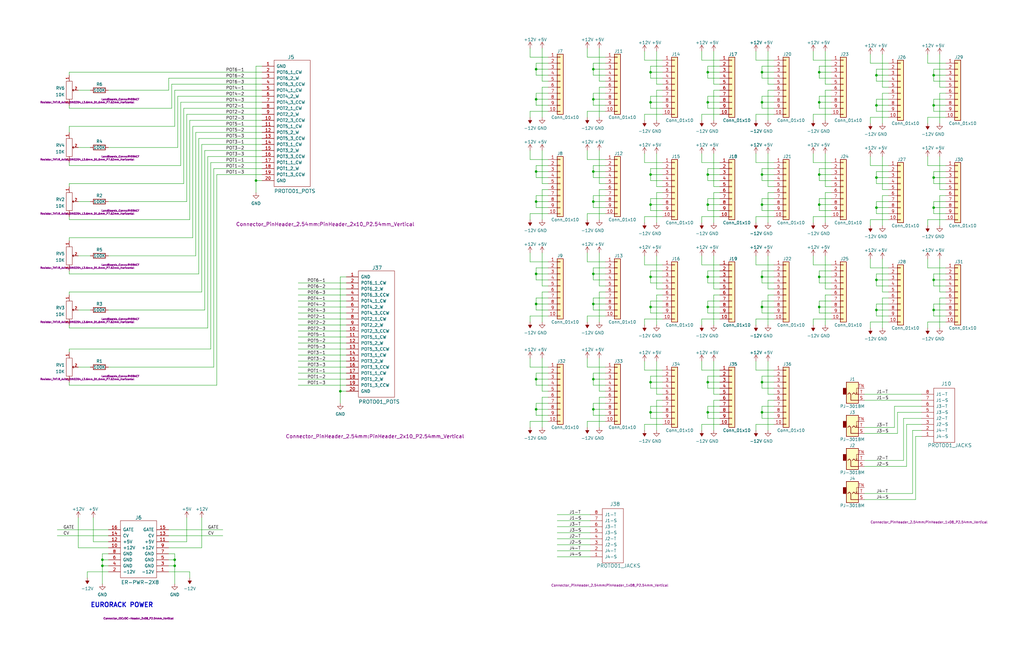
<source format=kicad_sch>
(kicad_sch (version 20211123) (generator eeschema)
  (paper "B")
  (title_block (title "ER-PROTO-DB-01") (date "2022-10-19") (rev "1"))
  (junction (at 321.31 116.84))
  (junction (at 298.45 43.18))
  (junction (at 393.7 44.45))
  (junction (at 298.45 116.84))
  (junction (at 250.19 41.91))
  (junction (at 345.44 116.84))
  (junction (at 226.06 160.02))
  (junction (at 298.45 73.66))
  (junction (at 43.18 238.76))
  (junction (at 250.19 160.02))
  (junction (at 226.06 72.39))
  (junction (at 73.66 238.76))
  (junction (at 369.57 74.93))
  (junction (at 250.19 85.09))
  (junction (at 321.31 30.48))
  (junction (at 226.06 85.09))
  (junction (at 107.95 76.2))
  (junction (at 321.31 43.18))
  (junction (at 298.45 173.99))
  (junction (at 298.45 161.29))
  (junction (at 393.7 74.93))
  (junction (at 345.44 30.48))
  (junction (at 274.32 173.99))
  (junction (at 321.31 73.66))
  (junction (at 369.57 31.75))
  (junction (at 226.06 29.21))
  (junction (at 43.18 236.22))
  (junction (at 345.44 86.36))
  (junction (at 226.06 172.72))
  (junction (at 345.44 129.54))
  (junction (at 226.06 128.27))
  (junction (at 321.31 86.36))
  (junction (at 393.7 130.81))
  (junction (at 226.06 41.91))
  (junction (at 369.57 118.11))
  (junction (at 274.32 73.66))
  (junction (at 321.31 161.29))
  (junction (at 345.44 43.18))
  (junction (at 274.32 86.36))
  (junction (at 250.19 29.21))
  (junction (at 369.57 87.63))
  (junction (at 274.32 116.84))
  (junction (at 250.19 128.27))
  (junction (at 73.66 236.22))
  (junction (at 393.7 31.75))
  (junction (at 393.7 87.63))
  (junction (at 321.31 129.54))
  (junction (at 274.32 129.54))
  (junction (at 143.51 165.1))
  (junction (at 298.45 129.54))
  (junction (at 274.32 161.29))
  (junction (at 250.19 172.72))
  (junction (at 369.57 130.81))
  (junction (at 298.45 86.36))
  (junction (at 298.45 30.48))
  (junction (at 393.7 118.11))
  (junction (at 274.32 43.18))
  (junction (at 345.44 73.66))
  (junction (at 226.06 115.57))
  (junction (at 321.31 173.99))
  (junction (at 250.19 72.39))
  (junction (at 369.57 44.45))
  (junction (at 274.32 30.48))
  (junction (at 250.19 115.57))
  (wire (pts (xy 374.65 69.85) (xy 367.03 69.85)))
  (wire (pts (xy 276.86 81.28) (xy 276.86 93.98)))
  (wire (pts (xy 295.91 179.07) (xy 295.91 181.61)))
  (wire (pts (xy 226.06 128.27) (xy 226.06 130.81)))
  (wire (pts (xy 274.32 33.02) (xy 279.4 33.02)))
  (wire (pts (xy 298.45 86.36) (xy 298.45 88.9)))
  (wire (pts (xy 234.95 224.79) (xy 248.92 224.79)))
  (wire (pts (xy 367.03 26.67) (xy 367.03 22.86)))
  (wire (pts (xy 350.52 68.58) (xy 342.9 68.58)))
  (wire (pts (xy 398.78 80.01) (xy 396.24 80.01)))
  (wire (pts (xy 398.78 135.89) (xy 391.16 135.89)))
  (wire (pts (xy 276.86 124.46) (xy 276.86 137.16)))
  (wire (pts (xy 274.32 86.36) (xy 274.32 88.9)))
  (wire (pts (xy 393.7 130.81) (xy 393.7 133.35)))
  (wire (pts (xy 326.39 81.28) (xy 323.85 81.28)))
  (wire (pts (xy 295.91 48.26) (xy 295.91 50.8)))
  (wire (pts (xy 298.45 163.83) (xy 303.53 163.83)))
  (wire (pts (xy 274.32 30.48) (xy 274.32 33.02)))
  (wire (pts (xy 274.32 83.82) (xy 274.32 86.36)))
  (wire (pts (xy 321.31 119.38) (xy 326.39 119.38)))
  (wire (pts (xy 125.73 121.92) (xy 146.05 121.92)))
  (wire (pts (xy 250.19 172.72) (xy 255.27 172.72)))
  (wire (pts (xy 393.7 29.21) (xy 393.7 31.75)))
  (wire (pts (xy 87.63 138.43) (xy 87.63 66.04)))
  (wire (pts (xy 71.12 226.06) (xy 93.98 226.06)))
  (wire (pts (xy 303.53 166.37) (xy 300.99 166.37)))
  (wire (pts (xy 110.49 60.96) (xy 85.09 60.96)))
  (wire (pts (xy 271.78 134.62) (xy 271.78 137.16)))
  (wire (pts (xy 350.52 134.62) (xy 342.9 134.62)))
  (wire (pts (xy 279.4 78.74) (xy 276.86 78.74)))
  (wire (pts (xy 76.2 69.85) (xy 76.2 43.18)))
  (wire (pts (xy 29.21 91.44) (xy 29.21 92.71)))
  (wire (pts (xy 300.99 168.91) (xy 300.99 181.61)))
  (wire (pts (xy 298.45 127) (xy 298.45 129.54)))
  (wire (pts (xy 345.44 73.66) (xy 350.52 73.66)))
  (wire (pts (xy 350.52 48.26) (xy 342.9 48.26)))
  (wire (pts (xy 350.52 35.56) (xy 347.98 35.56)))
  (wire (pts (xy 271.78 111.76) (xy 271.78 107.95)))
  (wire (pts (xy 231.14 123.19) (xy 228.6 123.19)))
  (wire (pts (xy 110.49 53.34) (xy 81.28 53.34)))
  (wire (pts (xy 398.78 49.53) (xy 391.16 49.53)))
  (wire (pts (xy 318.77 156.21) (xy 318.77 152.4)))
  (wire (pts (xy 82.55 107.95) (xy 45.72 107.95)))
  (wire (pts (xy 228.6 80.01) (xy 228.6 92.71)))
  (wire (pts (xy 255.27 90.17) (xy 247.65 90.17)))
  (wire (pts (xy 279.4 114.3) (xy 274.32 114.3)))
  (wire (pts (xy 24.13 223.52) (xy 45.72 223.52)))
  (wire (pts (xy 276.86 38.1) (xy 276.86 50.8)))
  (wire (pts (xy 393.7 120.65) (xy 398.78 120.65)))
  (wire (pts (xy 110.49 63.5) (xy 86.36 63.5)))
  (wire (pts (xy 342.9 111.76) (xy 342.9 107.95)))
  (wire (pts (xy 326.39 156.21) (xy 318.77 156.21)))
  (wire (pts (xy 321.31 43.18) (xy 326.39 43.18)))
  (wire (pts (xy 143.51 165.1) (xy 146.05 165.1)))
  (wire (pts (xy 29.21 68.58) (xy 29.21 69.85)))
  (wire (pts (xy 364.49 194.31) (xy 381 194.31)))
  (wire (pts (xy 298.45 114.3) (xy 298.45 116.84)))
  (wire (pts (xy 377.19 180.34) (xy 377.19 171.45)))
  (wire (pts (xy 318.77 68.58) (xy 318.77 64.77)))
  (wire (pts (xy 350.52 124.46) (xy 347.98 124.46)))
  (wire (pts (xy 90.17 71.12) (xy 90.17 154.94)))
  (wire (pts (xy 271.78 156.21) (xy 271.78 152.4)))
  (wire (pts (xy 323.85 21.59) (xy 323.85 35.56)))
  (wire (pts (xy 228.6 123.19) (xy 228.6 135.89)))
  (wire (pts (xy 321.31 173.99) (xy 326.39 173.99)))
  (wire (pts (xy 274.32 73.66) (xy 279.4 73.66)))
  (wire (pts (xy 374.65 36.83) (xy 372.11 36.83)))
  (wire (pts (xy 369.57 44.45) (xy 369.57 46.99)))
  (wire (pts (xy 83.82 58.42) (xy 83.82 115.57)))
  (wire (pts (xy 226.06 26.67) (xy 226.06 29.21)))
  (wire (pts (xy 226.06 87.63) (xy 231.14 87.63)))
  (wire (pts (xy 347.98 21.59) (xy 347.98 35.56)))
  (wire (pts (xy 303.53 27.94) (xy 298.45 27.94)))
  (wire (pts (xy 384.81 181.61) (xy 388.62 181.61)))
  (wire (pts (xy 24.13 226.06) (xy 45.72 226.06)))
  (wire (pts (xy 374.65 49.53) (xy 367.03 49.53)))
  (wire (pts (xy 231.14 82.55) (xy 226.06 82.55)))
  (wire (pts (xy 274.32 116.84) (xy 274.32 119.38)))
  (wire (pts (xy 226.06 172.72) (xy 231.14 172.72)))
  (wire (pts (xy 279.4 134.62) (xy 271.78 134.62)))
  (wire (pts (xy 342.9 134.62) (xy 342.9 137.16)))
  (wire (pts (xy 303.53 81.28) (xy 300.99 81.28)))
  (wire (pts (xy 226.06 44.45) (xy 231.14 44.45)))
  (wire (pts (xy 252.73 20.32) (xy 252.73 34.29)))
  (wire (pts (xy 33.02 218.44) (xy 33.02 231.14)))
  (wire (pts (xy 345.44 76.2) (xy 350.52 76.2)))
  (wire (pts (xy 374.65 125.73) (xy 372.11 125.73)))
  (wire (pts (xy 38.1 154.94) (xy 33.02 154.94)))
  (wire (pts (xy 223.52 133.35) (xy 223.52 135.89)))
  (wire (pts (xy 342.9 25.4) (xy 342.9 21.59)))
  (wire (pts (xy 223.52 24.13) (xy 223.52 20.32)))
  (wire (pts (xy 393.7 41.91) (xy 393.7 44.45)))
  (wire (pts (xy 71.12 223.52) (xy 93.98 223.52)))
  (wire (pts (xy 369.57 118.11) (xy 369.57 120.65)))
  (wire (pts (xy 279.4 124.46) (xy 276.86 124.46)))
  (wire (pts (xy 255.27 157.48) (xy 250.19 157.48)))
  (wire (pts (xy 250.19 118.11) (xy 255.27 118.11)))
  (wire (pts (xy 250.19 85.09) (xy 255.27 85.09)))
  (wire (pts (xy 398.78 113.03) (xy 391.16 113.03)))
  (wire (pts (xy 391.16 49.53) (xy 391.16 52.07)))
  (wire (pts (xy 350.52 83.82) (xy 345.44 83.82)))
  (wire (pts (xy 321.31 163.83) (xy 326.39 163.83)))
  (wire (pts (xy 231.14 36.83) (xy 228.6 36.83)))
  (wire (pts (xy 298.45 86.36) (xy 303.53 86.36)))
  (wire (pts (xy 298.45 158.75) (xy 298.45 161.29)))
  (wire (pts (xy 303.53 40.64) (xy 298.45 40.64)))
  (wire (pts (xy 326.39 78.74) (xy 323.85 78.74)))
  (wire (pts (xy 300.99 124.46) (xy 300.99 137.16)))
  (wire (pts (xy 300.99 107.95) (xy 300.99 121.92)))
  (wire (pts (xy 271.78 179.07) (xy 271.78 181.61)))
  (wire (pts (xy 303.53 83.82) (xy 298.45 83.82)))
  (wire (pts (xy 91.44 73.66) (xy 91.44 162.56)))
  (wire (pts (xy 326.39 134.62) (xy 318.77 134.62)))
  (wire (pts (xy 369.57 87.63) (xy 374.65 87.63)))
  (wire (pts (xy 146.05 116.84) (xy 143.51 116.84)))
  (wire (pts (xy 274.32 173.99) (xy 279.4 173.99)))
  (wire (pts (xy 247.65 133.35) (xy 247.65 135.89)))
  (wire (pts (xy 274.32 30.48) (xy 279.4 30.48)))
  (wire (pts (xy 29.21 124.46) (xy 29.21 123.19)))
  (wire (pts (xy 345.44 116.84) (xy 345.44 119.38)))
  (wire (pts (xy 279.4 71.12) (xy 274.32 71.12)))
  (wire (pts (xy 255.27 82.55) (xy 250.19 82.55)))
  (wire (pts (xy 231.14 157.48) (xy 226.06 157.48)))
  (wire (pts (xy 345.44 45.72) (xy 350.52 45.72)))
  (wire (pts (xy 250.19 72.39) (xy 255.27 72.39)))
  (wire (pts (xy 143.51 165.1) (xy 143.51 170.18)))
  (wire (pts (xy 298.45 43.18) (xy 298.45 45.72)))
  (wire (pts (xy 250.19 160.02) (xy 250.19 162.56)))
  (wire (pts (xy 295.91 68.58) (xy 295.91 64.77)))
  (wire (pts (xy 250.19 29.21) (xy 250.19 31.75)))
  (wire (pts (xy 276.86 168.91) (xy 276.86 181.61)))
  (wire (pts (xy 369.57 130.81) (xy 374.65 130.81)))
  (wire (pts (xy 372.11 22.86) (xy 372.11 36.83)))
  (wire (pts (xy 39.37 228.6) (xy 39.37 218.44)))
  (wire (pts (xy 255.27 133.35) (xy 247.65 133.35)))
  (wire (pts (xy 369.57 41.91) (xy 369.57 44.45)))
  (wire (pts (xy 326.39 71.12) (xy 321.31 71.12)))
  (wire (pts (xy 73.66 233.68) (xy 73.66 236.22)))
  (wire (pts (xy 231.14 67.31) (xy 223.52 67.31)))
  (wire (pts (xy 29.21 45.72) (xy 72.39 45.72)))
  (wire (pts (xy 86.36 63.5) (xy 86.36 130.81)))
  (wire (pts (xy 29.21 147.32) (xy 88.9 147.32)))
  (wire (pts (xy 231.14 69.85) (xy 226.06 69.85)))
  (wire (pts (xy 274.32 129.54) (xy 274.32 132.08)))
  (wire (pts (xy 326.39 48.26) (xy 318.77 48.26)))
  (wire (pts (xy 374.65 113.03) (xy 367.03 113.03)))
  (wire (pts (xy 303.53 179.07) (xy 295.91 179.07)))
  (wire (pts (xy 223.52 177.8) (xy 223.52 180.34)))
  (wire (pts (xy 303.53 111.76) (xy 295.91 111.76)))
  (wire (pts (xy 247.65 177.8) (xy 247.65 180.34)))
  (wire (pts (xy 298.45 45.72) (xy 303.53 45.72)))
  (wire (pts (xy 226.06 162.56) (xy 231.14 162.56)))
  (wire (pts (xy 321.31 129.54) (xy 321.31 132.08)))
  (wire (pts (xy 374.65 39.37) (xy 372.11 39.37)))
  (wire (pts (xy 350.52 78.74) (xy 347.98 78.74)))
  (wire (pts (xy 226.06 125.73) (xy 226.06 128.27)))
  (wire (pts (xy 231.14 46.99) (xy 223.52 46.99)))
  (wire (pts (xy 321.31 171.45) (xy 321.31 173.99)))
  (wire (pts (xy 279.4 25.4) (xy 271.78 25.4)))
  (wire (pts (xy 250.19 87.63) (xy 255.27 87.63)))
  (wire (pts (xy 87.63 66.04) (xy 110.49 66.04)))
  (wire (pts (xy 78.74 218.44) (xy 78.74 228.6)))
  (wire (pts (xy 250.19 44.45) (xy 255.27 44.45)))
  (wire (pts (xy 274.32 163.83) (xy 279.4 163.83)))
  (wire (pts (xy 250.19 39.37) (xy 250.19 41.91)))
  (wire (pts (xy 36.83 241.3) (xy 45.72 241.3)))
  (wire (pts (xy 350.52 40.64) (xy 345.44 40.64)))
  (wire (pts (xy 226.06 41.91) (xy 226.06 44.45)))
  (wire (pts (xy 29.21 138.43) (xy 87.63 138.43)))
  (wire (pts (xy 321.31 116.84) (xy 326.39 116.84)))
  (wire (pts (xy 231.14 26.67) (xy 226.06 26.67)))
  (wire (pts (xy 255.27 170.18) (xy 250.19 170.18)))
  (wire (pts (xy 71.12 238.76) (xy 73.66 238.76)))
  (wire (pts (xy 303.53 158.75) (xy 298.45 158.75)))
  (wire (pts (xy 29.21 162.56) (xy 91.44 162.56)))
  (wire (pts (xy 226.06 118.11) (xy 231.14 118.11)))
  (wire (pts (xy 29.21 161.29) (xy 29.21 162.56)))
  (wire (pts (xy 298.45 30.48) (xy 298.45 33.02)))
  (wire (pts (xy 274.32 132.08) (xy 279.4 132.08)))
  (wire (pts (xy 279.4 179.07) (xy 271.78 179.07)))
  (wire (pts (xy 247.65 24.13) (xy 247.65 20.32)))
  (wire (pts (xy 255.27 167.64) (xy 252.73 167.64)))
  (wire (pts (xy 250.19 172.72) (xy 250.19 175.26)))
  (wire (pts (xy 298.45 73.66) (xy 303.53 73.66)))
  (wire (pts (xy 247.65 90.17) (xy 247.65 92.71)))
  (wire (pts (xy 393.7 85.09) (xy 393.7 87.63)))
  (wire (pts (xy 125.73 137.16) (xy 146.05 137.16)))
  (wire (pts (xy 298.45 161.29) (xy 298.45 163.83)))
  (wire (pts (xy 326.39 158.75) (xy 321.31 158.75)))
  (wire (pts (xy 29.21 30.48) (xy 29.21 31.75)))
  (wire (pts (xy 45.72 228.6) (xy 39.37 228.6)))
  (wire (pts (xy 82.55 55.88) (xy 82.55 107.95)))
  (wire (pts (xy 255.27 69.85) (xy 250.19 69.85)))
  (wire (pts (xy 45.72 154.94) (xy 90.17 154.94)))
  (wire (pts (xy 250.19 162.56) (xy 255.27 162.56)))
  (wire (pts (xy 303.53 48.26) (xy 295.91 48.26)))
  (wire (pts (xy 342.9 91.44) (xy 342.9 93.98)))
  (wire (pts (xy 364.49 210.82) (xy 386.08 210.82)))
  (wire (pts (xy 393.7 74.93) (xy 393.7 77.47)))
  (wire (pts (xy 369.57 118.11) (xy 374.65 118.11)))
  (wire (pts (xy 367.03 69.85) (xy 367.03 66.04)))
  (wire (pts (xy 298.45 116.84) (xy 298.45 119.38)))
  (wire (pts (xy 228.6 20.32) (xy 228.6 34.29)))
  (wire (pts (xy 252.73 167.64) (xy 252.73 180.34)))
  (wire (pts (xy 321.31 30.48) (xy 321.31 33.02)))
  (wire (pts (xy 398.78 85.09) (xy 393.7 85.09)))
  (wire (pts (xy 350.52 38.1) (xy 347.98 38.1)))
  (wire (pts (xy 250.19 115.57) (xy 250.19 118.11)))
  (wire (pts (xy 345.44 40.64) (xy 345.44 43.18)))
  (wire (pts (xy 391.16 69.85) (xy 391.16 66.04)))
  (wire (pts (xy 303.53 168.91) (xy 300.99 168.91)))
  (wire (pts (xy 226.06 160.02) (xy 226.06 162.56)))
  (wire (pts (xy 223.52 154.94) (xy 223.52 151.13)))
  (wire (pts (xy 321.31 27.94) (xy 321.31 30.48)))
  (wire (pts (xy 398.78 26.67) (xy 391.16 26.67)))
  (wire (pts (xy 372.11 109.22) (xy 372.11 123.19)))
  (wire (pts (xy 350.52 71.12) (xy 345.44 71.12)))
  (wire (pts (xy 345.44 129.54) (xy 345.44 132.08)))
  (wire (pts (xy 250.19 41.91) (xy 255.27 41.91)))
  (wire (pts (xy 274.32 129.54) (xy 279.4 129.54)))
  (wire (pts (xy 374.65 82.55) (xy 372.11 82.55)))
  (wire (pts (xy 29.21 55.88) (xy 29.21 53.34)))
  (wire (pts (xy 125.73 139.7) (xy 146.05 139.7)))
  (wire (pts (xy 374.65 72.39) (xy 369.57 72.39)))
  (wire (pts (xy 250.19 74.93) (xy 255.27 74.93)))
  (wire (pts (xy 255.27 177.8) (xy 247.65 177.8)))
  (wire (pts (xy 252.73 106.68) (xy 252.73 120.65)))
  (wire (pts (xy 271.78 48.26) (xy 271.78 50.8)))
  (wire (pts (xy 274.32 76.2) (xy 279.4 76.2)))
  (wire (pts (xy 29.21 69.85) (xy 76.2 69.85)))
  (wire (pts (xy 228.6 106.68) (xy 228.6 120.65)))
  (wire (pts (xy 38.1 85.09) (xy 33.02 85.09)))
  (wire (pts (xy 326.39 91.44) (xy 318.77 91.44)))
  (wire (pts (xy 250.19 72.39) (xy 250.19 74.93)))
  (wire (pts (xy 226.06 115.57) (xy 226.06 118.11)))
  (wire (pts (xy 226.06 175.26) (xy 231.14 175.26)))
  (wire (pts (xy 323.85 64.77) (xy 323.85 78.74)))
  (wire (pts (xy 342.9 48.26) (xy 342.9 50.8)))
  (wire (pts (xy 377.19 171.45) (xy 388.62 171.45)))
  (wire (pts (xy 393.7 77.47) (xy 398.78 77.47)))
  (wire (pts (xy 295.91 134.62) (xy 295.91 137.16)))
  (wire (pts (xy 372.11 82.55) (xy 372.11 95.25)))
  (wire (pts (xy 364.49 182.88) (xy 378.46 182.88)))
  (wire (pts (xy 326.39 171.45) (xy 321.31 171.45)))
  (wire (pts (xy 231.14 170.18) (xy 226.06 170.18)))
  (wire (pts (xy 125.73 160.02) (xy 146.05 160.02)))
  (wire (pts (xy 45.72 231.14) (xy 33.02 231.14)))
  (wire (pts (xy 393.7 128.27) (xy 393.7 130.81)))
  (wire (pts (xy 393.7 34.29) (xy 398.78 34.29)))
  (wire (pts (xy 342.9 68.58) (xy 342.9 64.77)))
  (wire (pts (xy 43.18 238.76) (xy 43.18 246.38)))
  (wire (pts (xy 226.06 115.57) (xy 231.14 115.57)))
  (wire (pts (xy 71.12 231.14) (xy 85.09 231.14)))
  (wire (pts (xy 252.73 151.13) (xy 252.73 165.1)))
  (wire (pts (xy 231.14 77.47) (xy 228.6 77.47)))
  (wire (pts (xy 255.27 24.13) (xy 247.65 24.13)))
  (wire (pts (xy 369.57 34.29) (xy 374.65 34.29)))
  (wire (pts (xy 234.95 232.41) (xy 248.92 232.41)))
  (wire (pts (xy 125.73 132.08) (xy 146.05 132.08)))
  (wire (pts (xy 29.21 77.47) (xy 77.47 77.47)))
  (wire (pts (xy 279.4 168.91) (xy 276.86 168.91)))
  (wire (pts (xy 76.2 43.18) (xy 110.49 43.18)))
  (wire (pts (xy 125.73 154.94) (xy 146.05 154.94)))
  (wire (pts (xy 107.95 27.94) (xy 107.95 76.2)))
  (wire (pts (xy 279.4 171.45) (xy 274.32 171.45)))
  (wire (pts (xy 303.53 127) (xy 298.45 127)))
  (wire (pts (xy 350.52 91.44) (xy 342.9 91.44)))
  (wire (pts (xy 45.72 85.09) (xy 78.74 85.09)))
  (wire (pts (xy 226.06 157.48) (xy 226.06 160.02)))
  (wire (pts (xy 274.32 158.75) (xy 274.32 161.29)))
  (wire (pts (xy 318.77 111.76) (xy 318.77 107.95)))
  (wire (pts (xy 326.39 179.07) (xy 318.77 179.07)))
  (wire (pts (xy 81.28 53.34) (xy 81.28 100.33)))
  (wire (pts (xy 274.32 161.29) (xy 274.32 163.83)))
  (wire (pts (xy 398.78 128.27) (xy 393.7 128.27)))
  (wire (pts (xy 252.73 36.83) (xy 252.73 49.53)))
  (wire (pts (xy 226.06 74.93) (xy 231.14 74.93)))
  (wire (pts (xy 369.57 77.47) (xy 374.65 77.47)))
  (wire (pts (xy 326.39 83.82) (xy 321.31 83.82)))
  (wire (pts (xy 271.78 25.4) (xy 271.78 21.59)))
  (wire (pts (xy 231.14 34.29) (xy 228.6 34.29)))
  (wire (pts (xy 250.19 85.09) (xy 250.19 87.63)))
  (wire (pts (xy 228.6 167.64) (xy 228.6 180.34)))
  (wire (pts (xy 38.1 130.81) (xy 33.02 130.81)))
  (wire (pts (xy 73.66 53.34) (xy 73.66 38.1)))
  (wire (pts (xy 374.65 85.09) (xy 369.57 85.09)))
  (wire (pts (xy 391.16 26.67) (xy 391.16 22.86)))
  (wire (pts (xy 321.31 88.9) (xy 326.39 88.9)))
  (wire (pts (xy 321.31 129.54) (xy 326.39 129.54)))
  (wire (pts (xy 374.65 80.01) (xy 372.11 80.01)))
  (wire (pts (xy 228.6 151.13) (xy 228.6 165.1)))
  (wire (pts (xy 321.31 161.29) (xy 321.31 163.83)))
  (wire (pts (xy 298.45 129.54) (xy 298.45 132.08)))
  (wire (pts (xy 378.46 182.88) (xy 378.46 173.99)))
  (wire (pts (xy 298.45 161.29) (xy 303.53 161.29)))
  (wire (pts (xy 279.4 38.1) (xy 276.86 38.1)))
  (wire (pts (xy 279.4 68.58) (xy 271.78 68.58)))
  (wire (pts (xy 78.74 48.26) (xy 78.74 85.09)))
  (wire (pts (xy 367.03 49.53) (xy 367.03 52.07)))
  (wire (pts (xy 298.45 73.66) (xy 298.45 76.2)))
  (wire (pts (xy 303.53 25.4) (xy 295.91 25.4)))
  (wire (pts (xy 43.18 233.68) (xy 43.18 236.22)))
  (wire (pts (xy 125.73 144.78) (xy 146.05 144.78)))
  (wire (pts (xy 298.45 132.08) (xy 303.53 132.08)))
  (wire (pts (xy 279.4 27.94) (xy 274.32 27.94)))
  (wire (pts (xy 255.27 34.29) (xy 252.73 34.29)))
  (wire (pts (xy 298.45 119.38) (xy 303.53 119.38)))
  (wire (pts (xy 250.19 160.02) (xy 255.27 160.02)))
  (wire (pts (xy 345.44 116.84) (xy 350.52 116.84)))
  (wire (pts (xy 298.45 33.02) (xy 303.53 33.02)))
  (wire (pts (xy 384.81 208.28) (xy 384.81 181.61)))
  (wire (pts (xy 303.53 38.1) (xy 300.99 38.1)))
  (wire (pts (xy 393.7 133.35) (xy 398.78 133.35)))
  (wire (pts (xy 250.19 69.85) (xy 250.19 72.39)))
  (wire (pts (xy 386.08 184.15) (xy 388.62 184.15)))
  (wire (pts (xy 226.06 41.91) (xy 231.14 41.91)))
  (wire (pts (xy 300.99 21.59) (xy 300.99 35.56)))
  (wire (pts (xy 372.11 66.04) (xy 372.11 80.01)))
  (wire (pts (xy 347.98 124.46) (xy 347.98 137.16)))
  (wire (pts (xy 321.31 30.48) (xy 326.39 30.48)))
  (wire (pts (xy 321.31 173.99) (xy 321.31 176.53)))
  (wire (pts (xy 326.39 127) (xy 321.31 127)))
  (wire (pts (xy 86.36 130.81) (xy 45.72 130.81)))
  (wire (pts (xy 234.95 234.95) (xy 248.92 234.95)))
  (wire (pts (xy 250.19 31.75) (xy 255.27 31.75)))
  (wire (pts (xy 396.24 125.73) (xy 396.24 138.43)))
  (wire (pts (xy 250.19 130.81) (xy 255.27 130.81)))
  (wire (pts (xy 77.47 77.47) (xy 77.47 45.72)))
  (wire (pts (xy 81.28 100.33) (xy 29.21 100.33)))
  (wire (pts (xy 234.95 229.87) (xy 248.92 229.87)))
  (wire (pts (xy 231.14 165.1) (xy 228.6 165.1)))
  (wire (pts (xy 279.4 48.26) (xy 271.78 48.26)))
  (wire (pts (xy 125.73 124.46) (xy 146.05 124.46)))
  (wire (pts (xy 364.49 196.85) (xy 382.27 196.85)))
  (wire (pts (xy 298.45 43.18) (xy 303.53 43.18)))
  (wire (pts (xy 298.45 173.99) (xy 298.45 176.53)))
  (wire (pts (xy 110.49 33.02) (xy 71.12 33.02)))
  (wire (pts (xy 326.39 168.91) (xy 323.85 168.91)))
  (wire (pts (xy 398.78 29.21) (xy 393.7 29.21)))
  (wire (pts (xy 326.39 25.4) (xy 318.77 25.4)))
  (wire (pts (xy 345.44 43.18) (xy 345.44 45.72)))
  (wire (pts (xy 255.27 154.94) (xy 247.65 154.94)))
  (wire (pts (xy 393.7 44.45) (xy 398.78 44.45)))
  (wire (pts (xy 74.93 62.23) (xy 74.93 40.64)))
  (wire (pts (xy 43.18 238.76) (xy 45.72 238.76)))
  (wire (pts (xy 345.44 27.94) (xy 345.44 30.48)))
  (wire (pts (xy 374.65 128.27) (xy 369.57 128.27)))
  (wire (pts (xy 303.53 171.45) (xy 298.45 171.45)))
  (wire (pts (xy 372.11 125.73) (xy 372.11 138.43)))
  (wire (pts (xy 274.32 71.12) (xy 274.32 73.66)))
  (wire (pts (xy 271.78 68.58) (xy 271.78 64.77)))
  (wire (pts (xy 369.57 74.93) (xy 369.57 77.47)))
  (wire (pts (xy 345.44 43.18) (xy 350.52 43.18)))
  (wire (pts (xy 276.86 107.95) (xy 276.86 121.92)))
  (wire (pts (xy 303.53 124.46) (xy 300.99 124.46)))
  (wire (pts (xy 321.31 73.66) (xy 326.39 73.66)))
  (wire (pts (xy 345.44 73.66) (xy 345.44 76.2)))
  (wire (pts (xy 255.27 46.99) (xy 247.65 46.99)))
  (wire (pts (xy 255.27 165.1) (xy 252.73 165.1)))
  (wire (pts (xy 110.49 48.26) (xy 78.74 48.26)))
  (wire (pts (xy 345.44 88.9) (xy 350.52 88.9)))
  (wire (pts (xy 396.24 66.04) (xy 396.24 80.01)))
  (wire (pts (xy 350.52 111.76) (xy 342.9 111.76)))
  (wire (pts (xy 295.91 25.4) (xy 295.91 21.59)))
  (wire (pts (xy 323.85 38.1) (xy 323.85 50.8)))
  (wire (pts (xy 345.44 33.02) (xy 350.52 33.02)))
  (wire (pts (xy 226.06 72.39) (xy 231.14 72.39)))
  (wire (pts (xy 88.9 68.58) (xy 88.9 147.32)))
  (wire (pts (xy 276.86 21.59) (xy 276.86 35.56)))
  (wire (pts (xy 29.21 114.3) (xy 29.21 115.57)))
  (wire (pts (xy 85.09 218.44) (xy 85.09 231.14)))
  (wire (pts (xy 300.99 64.77) (xy 300.99 78.74)))
  (wire (pts (xy 396.24 82.55) (xy 396.24 95.25)))
  (wire (pts (xy 374.65 115.57) (xy 369.57 115.57)))
  (wire (pts (xy 303.53 35.56) (xy 300.99 35.56)))
  (wire (pts (xy 226.06 113.03) (xy 226.06 115.57)))
  (wire (pts (xy 223.52 46.99) (xy 223.52 49.53)))
  (wire (pts (xy 274.32 43.18) (xy 279.4 43.18)))
  (wire (pts (xy 321.31 71.12) (xy 321.31 73.66)))
  (wire (pts (xy 29.21 148.59) (xy 29.21 147.32)))
  (wire (pts (xy 398.78 36.83) (xy 396.24 36.83)))
  (wire (pts (xy 274.32 116.84) (xy 279.4 116.84)))
  (wire (pts (xy 318.77 91.44) (xy 318.77 93.98)))
  (wire (pts (xy 347.98 38.1) (xy 347.98 50.8)))
  (wire (pts (xy 279.4 83.82) (xy 274.32 83.82)))
  (wire (pts (xy 73.66 38.1) (xy 110.49 38.1)))
  (wire (pts (xy 321.31 161.29) (xy 326.39 161.29)))
  (wire (pts (xy 255.27 125.73) (xy 250.19 125.73)))
  (wire (pts (xy 255.27 36.83) (xy 252.73 36.83)))
  (wire (pts (xy 255.27 120.65) (xy 252.73 120.65)))
  (wire (pts (xy 393.7 87.63) (xy 393.7 90.17)))
  (wire (pts (xy 318.77 134.62) (xy 318.77 137.16)))
  (wire (pts (xy 80.01 50.8) (xy 80.01 92.71)))
  (wire (pts (xy 369.57 130.81) (xy 369.57 133.35)))
  (wire (pts (xy 321.31 114.3) (xy 321.31 116.84)))
  (wire (pts (xy 321.31 33.02) (xy 326.39 33.02)))
  (wire (pts (xy 107.95 76.2) (xy 107.95 81.28)))
  (wire (pts (xy 367.03 92.71) (xy 367.03 95.25)))
  (wire (pts (xy 318.77 179.07) (xy 318.77 181.61)))
  (wire (pts (xy 393.7 115.57) (xy 393.7 118.11)))
  (wire (pts (xy 391.16 113.03) (xy 391.16 109.22)))
  (wire (pts (xy 80.01 92.71) (xy 29.21 92.71)))
  (wire (pts (xy 381 176.53) (xy 388.62 176.53)))
  (wire (pts (xy 393.7 90.17) (xy 398.78 90.17)))
  (wire (pts (xy 393.7 74.93) (xy 398.78 74.93)))
  (wire (pts (xy 279.4 35.56) (xy 276.86 35.56)))
  (wire (pts (xy 393.7 44.45) (xy 393.7 46.99)))
  (wire (pts (xy 29.21 78.74) (xy 29.21 77.47)))
  (wire (pts (xy 374.65 41.91) (xy 369.57 41.91)))
  (wire (pts (xy 228.6 63.5) (xy 228.6 77.47)))
  (wire (pts (xy 321.31 176.53) (xy 326.39 176.53)))
  (wire (pts (xy 350.52 25.4) (xy 342.9 25.4)))
  (wire (pts (xy 274.32 86.36) (xy 279.4 86.36)))
  (wire (pts (xy 234.95 219.71) (xy 248.92 219.71)))
  (wire (pts (xy 326.39 114.3) (xy 321.31 114.3)))
  (wire (pts (xy 298.45 40.64) (xy 298.45 43.18)))
  (wire (pts (xy 303.53 121.92) (xy 300.99 121.92)))
  (wire (pts (xy 345.44 83.82) (xy 345.44 86.36)))
  (wire (pts (xy 393.7 118.11) (xy 398.78 118.11)))
  (wire (pts (xy 303.53 91.44) (xy 295.91 91.44)))
  (wire (pts (xy 374.65 123.19) (xy 372.11 123.19)))
  (wire (pts (xy 71.12 241.3) (xy 80.01 241.3)))
  (wire (pts (xy 345.44 129.54) (xy 350.52 129.54)))
  (wire (pts (xy 276.86 64.77) (xy 276.86 78.74)))
  (wire (pts (xy 345.44 30.48) (xy 345.44 33.02)))
  (wire (pts (xy 250.19 26.67) (xy 250.19 29.21)))
  (wire (pts (xy 226.06 128.27) (xy 231.14 128.27)))
  (wire (pts (xy 125.73 127) (xy 146.05 127)))
  (wire (pts (xy 303.53 68.58) (xy 295.91 68.58)))
  (wire (pts (xy 29.21 123.19) (xy 85.09 123.19)))
  (wire (pts (xy 326.39 35.56) (xy 323.85 35.56)))
  (wire (pts (xy 345.44 119.38) (xy 350.52 119.38)))
  (wire (pts (xy 364.49 168.91) (xy 388.62 168.91)))
  (wire (pts (xy 125.73 142.24) (xy 146.05 142.24)))
  (wire (pts (xy 125.73 149.86) (xy 146.05 149.86)))
  (wire (pts (xy 347.98 107.95) (xy 347.98 121.92)))
  (wire (pts (xy 347.98 81.28) (xy 347.98 93.98)))
  (wire (pts (xy 71.12 228.6) (xy 78.74 228.6)))
  (wire (pts (xy 279.4 81.28) (xy 276.86 81.28)))
  (wire (pts (xy 274.32 161.29) (xy 279.4 161.29)))
  (wire (pts (xy 274.32 40.64) (xy 274.32 43.18)))
  (wire (pts (xy 226.06 31.75) (xy 231.14 31.75)))
  (wire (pts (xy 321.31 40.64) (xy 321.31 43.18)))
  (wire (pts (xy 247.65 67.31) (xy 247.65 63.5)))
  (wire (pts (xy 255.27 113.03) (xy 250.19 113.03)))
  (wire (pts (xy 321.31 76.2) (xy 326.39 76.2)))
  (wire (pts (xy 279.4 40.64) (xy 274.32 40.64)))
  (wire (pts (xy 345.44 71.12) (xy 345.44 73.66)))
  (wire (pts (xy 369.57 31.75) (xy 369.57 34.29)))
  (wire (pts (xy 226.06 29.21) (xy 226.06 31.75)))
  (wire (pts (xy 43.18 236.22) (xy 43.18 238.76)))
  (wire (pts (xy 318.77 48.26) (xy 318.77 50.8)))
  (wire (pts (xy 298.45 83.82) (xy 298.45 86.36)))
  (wire (pts (xy 45.72 233.68) (xy 43.18 233.68)))
  (wire (pts (xy 298.45 173.99) (xy 303.53 173.99)))
  (wire (pts (xy 45.72 62.23) (xy 74.93 62.23)))
  (wire (pts (xy 279.4 158.75) (xy 274.32 158.75)))
  (wire (pts (xy 29.21 44.45) (xy 29.21 45.72)))
  (wire (pts (xy 223.52 67.31) (xy 223.52 63.5)))
  (wire (pts (xy 364.49 208.28) (xy 384.81 208.28)))
  (wire (pts (xy 279.4 91.44) (xy 271.78 91.44)))
  (wire (pts (xy 226.06 160.02) (xy 231.14 160.02)))
  (wire (pts (xy 367.03 113.03) (xy 367.03 109.22)))
  (wire (pts (xy 250.19 82.55) (xy 250.19 85.09)))
  (wire (pts (xy 393.7 87.63) (xy 398.78 87.63)))
  (wire (pts (xy 250.19 128.27) (xy 250.19 130.81)))
  (wire (pts (xy 255.27 123.19) (xy 252.73 123.19)))
  (wire (pts (xy 125.73 162.56) (xy 146.05 162.56)))
  (wire (pts (xy 274.32 88.9) (xy 279.4 88.9)))
  (wire (pts (xy 396.24 39.37) (xy 396.24 52.07)))
  (wire (pts (xy 231.14 110.49) (xy 223.52 110.49)))
  (wire (pts (xy 350.52 127) (xy 345.44 127)))
  (wire (pts (xy 326.39 111.76) (xy 318.77 111.76)))
  (wire (pts (xy 382.27 179.07) (xy 388.62 179.07)))
  (wire (pts (xy 321.31 45.72) (xy 326.39 45.72)))
  (wire (pts (xy 77.47 45.72) (xy 110.49 45.72)))
  (wire (pts (xy 85.09 60.96) (xy 85.09 123.19)))
  (wire (pts (xy 74.93 40.64) (xy 110.49 40.64)))
  (wire (pts (xy 125.73 147.32) (xy 146.05 147.32)))
  (wire (pts (xy 393.7 118.11) (xy 393.7 120.65)))
  (wire (pts (xy 279.4 156.21) (xy 271.78 156.21)))
  (wire (pts (xy 298.45 88.9) (xy 303.53 88.9)))
  (wire (pts (xy 369.57 29.21) (xy 369.57 31.75)))
  (wire (pts (xy 234.95 227.33) (xy 248.92 227.33)))
  (wire (pts (xy 323.85 124.46) (xy 323.85 137.16)))
  (wire (pts (xy 231.14 90.17) (xy 223.52 90.17)))
  (wire (pts (xy 250.19 170.18) (xy 250.19 172.72)))
  (wire (pts (xy 274.32 171.45) (xy 274.32 173.99)))
  (wire (pts (xy 223.52 110.49) (xy 223.52 106.68)))
  (wire (pts (xy 326.39 38.1) (xy 323.85 38.1)))
  (wire (pts (xy 231.14 133.35) (xy 223.52 133.35)))
  (wire (pts (xy 369.57 44.45) (xy 374.65 44.45)))
  (wire (pts (xy 247.65 110.49) (xy 247.65 106.68)))
  (wire (pts (xy 350.52 27.94) (xy 345.44 27.94)))
  (wire (pts (xy 369.57 120.65) (xy 374.65 120.65)))
  (wire (pts (xy 393.7 46.99) (xy 398.78 46.99)))
  (wire (pts (xy 369.57 74.93) (xy 374.65 74.93)))
  (wire (pts (xy 247.65 46.99) (xy 247.65 49.53)))
  (wire (pts (xy 231.14 154.94) (xy 223.52 154.94)))
  (wire (pts (xy 231.14 120.65) (xy 228.6 120.65)))
  (wire (pts (xy 110.49 27.94) (xy 107.95 27.94)))
  (wire (pts (xy 295.91 156.21) (xy 295.91 152.4)))
  (wire (pts (xy 274.32 27.94) (xy 274.32 30.48)))
  (wire (pts (xy 321.31 116.84) (xy 321.31 119.38)))
  (wire (pts (xy 250.19 29.21) (xy 255.27 29.21)))
  (wire (pts (xy 321.31 73.66) (xy 321.31 76.2)))
  (wire (pts (xy 83.82 115.57) (xy 29.21 115.57)))
  (wire (pts (xy 398.78 125.73) (xy 396.24 125.73)))
  (wire (pts (xy 326.39 40.64) (xy 321.31 40.64)))
  (wire (pts (xy 228.6 36.83) (xy 228.6 49.53)))
  (wire (pts (xy 350.52 81.28) (xy 347.98 81.28)))
  (wire (pts (xy 274.32 127) (xy 274.32 129.54)))
  (wire (pts (xy 250.19 113.03) (xy 250.19 115.57)))
  (wire (pts (xy 226.06 39.37) (xy 226.06 41.91)))
  (wire (pts (xy 374.65 92.71) (xy 367.03 92.71)))
  (wire (pts (xy 110.49 68.58) (xy 88.9 68.58)))
  (wire (pts (xy 226.06 69.85) (xy 226.06 72.39)))
  (wire (pts (xy 110.49 73.66) (xy 91.44 73.66)))
  (wire (pts (xy 398.78 39.37) (xy 396.24 39.37)))
  (wire (pts (xy 110.49 71.12) (xy 90.17 71.12)))
  (wire (pts (xy 369.57 128.27) (xy 369.57 130.81)))
  (wire (pts (xy 300.99 81.28) (xy 300.99 93.98)))
  (wire (pts (xy 72.39 45.72) (xy 72.39 35.56)))
  (wire (pts (xy 295.91 91.44) (xy 295.91 93.98)))
  (wire (pts (xy 396.24 22.86) (xy 396.24 36.83)))
  (wire (pts (xy 321.31 86.36) (xy 326.39 86.36)))
  (wire (pts (xy 386.08 210.82) (xy 386.08 184.15)))
  (wire (pts (xy 393.7 72.39) (xy 393.7 74.93)))
  (wire (pts (xy 398.78 69.85) (xy 391.16 69.85)))
  (wire (pts (xy 226.06 85.09) (xy 231.14 85.09)))
  (wire (pts (xy 71.12 233.68) (xy 73.66 233.68)))
  (wire (pts (xy 391.16 92.71) (xy 391.16 95.25)))
  (wire (pts (xy 252.73 80.01) (xy 252.73 92.71)))
  (wire (pts (xy 29.21 101.6) (xy 29.21 100.33)))
  (wire (pts (xy 393.7 31.75) (xy 393.7 34.29)))
  (wire (pts (xy 367.03 135.89) (xy 367.03 138.43)))
  (wire (pts (xy 369.57 87.63) (xy 369.57 90.17)))
  (wire (pts (xy 226.06 130.81) (xy 231.14 130.81)))
  (wire (pts (xy 72.39 35.56) (xy 110.49 35.56)))
  (wire (pts (xy 231.14 167.64) (xy 228.6 167.64)))
  (wire (pts (xy 303.53 71.12) (xy 298.45 71.12)))
  (wire (pts (xy 250.19 175.26) (xy 255.27 175.26)))
  (wire (pts (xy 250.19 41.91) (xy 250.19 44.45)))
  (wire (pts (xy 345.44 86.36) (xy 350.52 86.36)))
  (wire (pts (xy 369.57 31.75) (xy 374.65 31.75)))
  (wire (pts (xy 369.57 90.17) (xy 374.65 90.17)))
  (wire (pts (xy 276.86 152.4) (xy 276.86 166.37)))
  (wire (pts (xy 125.73 129.54) (xy 146.05 129.54)))
  (wire (pts (xy 143.51 116.84) (xy 143.51 165.1)))
  (wire (pts (xy 323.85 81.28) (xy 323.85 93.98)))
  (wire (pts (xy 125.73 152.4) (xy 146.05 152.4)))
  (wire (pts (xy 250.19 125.73) (xy 250.19 128.27)))
  (wire (pts (xy 274.32 119.38) (xy 279.4 119.38)))
  (wire (pts (xy 298.45 30.48) (xy 303.53 30.48)))
  (wire (pts (xy 298.45 171.45) (xy 298.45 173.99)))
  (wire (pts (xy 369.57 46.99) (xy 374.65 46.99)))
  (wire (pts (xy 110.49 50.8) (xy 80.01 50.8)))
  (wire (pts (xy 345.44 127) (xy 345.44 129.54)))
  (wire (pts (xy 323.85 152.4) (xy 323.85 166.37)))
  (wire (pts (xy 374.65 29.21) (xy 369.57 29.21)))
  (wire (pts (xy 110.49 58.42) (xy 83.82 58.42)))
  (wire (pts (xy 326.39 121.92) (xy 323.85 121.92)))
  (wire (pts (xy 231.14 39.37) (xy 226.06 39.37)))
  (wire (pts (xy 29.21 53.34) (xy 73.66 53.34)))
  (wire (pts (xy 45.72 38.1) (xy 71.12 38.1)))
  (wire (pts (xy 255.27 39.37) (xy 250.19 39.37)))
  (wire (pts (xy 252.73 63.5) (xy 252.73 77.47)))
  (wire (pts (xy 29.21 30.48) (xy 110.49 30.48)))
  (wire (pts (xy 231.14 24.13) (xy 223.52 24.13)))
  (wire (pts (xy 107.95 76.2) (xy 110.49 76.2)))
  (wire (pts (xy 255.27 77.47) (xy 252.73 77.47)))
  (wire (pts (xy 303.53 114.3) (xy 298.45 114.3)))
  (wire (pts (xy 33.02 62.23) (xy 38.1 62.23)))
  (wire (pts (xy 398.78 72.39) (xy 393.7 72.39)))
  (wire (pts (xy 345.44 132.08) (xy 350.52 132.08)))
  (wire (pts (xy 110.49 55.88) (xy 82.55 55.88)))
  (wire (pts (xy 255.27 67.31) (xy 247.65 67.31)))
  (wire (pts (xy 274.32 176.53) (xy 279.4 176.53)))
  (wire (pts (xy 250.19 128.27) (xy 255.27 128.27)))
  (wire (pts (xy 381 194.31) (xy 381 176.53)))
  (wire (pts (xy 226.06 72.39) (xy 226.06 74.93)))
  (wire (pts (xy 326.39 166.37) (xy 323.85 166.37)))
  (wire (pts (xy 255.27 80.01) (xy 252.73 80.01)))
  (wire (pts (xy 223.52 90.17) (xy 223.52 92.71)))
  (wire (pts (xy 226.06 172.72) (xy 226.06 175.26)))
  (wire (pts (xy 398.78 41.91) (xy 393.7 41.91)))
  (wire (pts (xy 364.49 166.37) (xy 388.62 166.37)))
  (wire (pts (xy 274.32 173.99) (xy 274.32 176.53)))
  (wire (pts (xy 303.53 156.21) (xy 295.91 156.21)))
  (wire (pts (xy 279.4 111.76) (xy 271.78 111.76)))
  (wire (pts (xy 226.06 170.18) (xy 226.06 172.72)))
  (wire (pts (xy 374.65 135.89) (xy 367.03 135.89)))
  (wire (pts (xy 298.45 116.84) (xy 303.53 116.84)))
  (wire (pts (xy 234.95 217.17) (xy 248.92 217.17)))
  (wire (pts (xy 274.32 114.3) (xy 274.32 116.84)))
  (wire (pts (xy 364.49 180.34) (xy 377.19 180.34)))
  (wire (pts (xy 298.45 27.94) (xy 298.45 30.48)))
  (wire (pts (xy 279.4 127) (xy 274.32 127)))
  (wire (pts (xy 369.57 115.57) (xy 369.57 118.11)))
  (wire (pts (xy 382.27 196.85) (xy 382.27 179.07)))
  (wire (pts (xy 71.12 33.02) (xy 71.12 38.1)))
  (wire (pts (xy 252.73 123.19) (xy 252.73 135.89)))
  (wire (pts (xy 231.14 125.73) (xy 226.06 125.73)))
  (wire (pts (xy 303.53 134.62) (xy 295.91 134.62)))
  (wire (pts (xy 295.91 111.76) (xy 295.91 107.95)))
  (wire (pts (xy 321.31 86.36) (xy 321.31 88.9)))
  (wire (pts (xy 321.31 83.82) (xy 321.31 86.36)))
  (wire (pts (xy 231.14 177.8) (xy 223.52 177.8)))
  (wire (pts (xy 378.46 173.99) (xy 388.62 173.99)))
  (wire (pts (xy 300.99 38.1) (xy 300.99 50.8)))
  (wire (pts (xy 369.57 72.39) (xy 369.57 74.93)))
  (wire (pts (xy 300.99 152.4) (xy 300.99 166.37)))
  (wire (pts (xy 125.73 119.38) (xy 146.05 119.38)))
  (wire (pts (xy 73.66 238.76) (xy 73.66 246.38)))
  (wire (pts (xy 350.52 114.3) (xy 345.44 114.3)))
  (wire (pts (xy 323.85 168.91) (xy 323.85 181.61)))
  (wire (pts (xy 29.21 137.16) (xy 29.21 138.43)))
  (wire (pts (xy 326.39 27.94) (xy 321.31 27.94)))
  (wire (pts (xy 71.12 236.22) (xy 73.66 236.22)))
  (wire (pts (xy 326.39 68.58) (xy 318.77 68.58)))
  (wire (pts (xy 298.45 176.53) (xy 303.53 176.53)))
  (wire (pts (xy 398.78 115.57) (xy 393.7 115.57)))
  (wire (pts (xy 250.19 157.48) (xy 250.19 160.02)))
  (wire (pts (xy 80.01 241.3) (xy 80.01 243.84)))
  (wire (pts (xy 279.4 166.37) (xy 276.86 166.37)))
  (wire (pts (xy 391.16 135.89) (xy 391.16 138.43)))
  (wire (pts (xy 274.32 45.72) (xy 279.4 45.72)))
  (wire (pts (xy 321.31 132.08) (xy 326.39 132.08)))
  (wire (pts (xy 73.66 236.22) (xy 73.66 238.76)))
  (wire (pts (xy 374.65 26.67) (xy 367.03 26.67)))
  (wire (pts (xy 398.78 92.71) (xy 391.16 92.71)))
  (wire (pts (xy 321.31 158.75) (xy 321.31 161.29)))
  (wire (pts (xy 369.57 133.35) (xy 374.65 133.35)))
  (wire (pts (xy 393.7 31.75) (xy 398.78 31.75)))
  (wire (pts (xy 345.44 30.48) (xy 350.52 30.48)))
  (wire (pts (xy 36.83 243.84) (xy 36.83 241.3)))
  (wire (pts (xy 318.77 25.4) (xy 318.77 21.59)))
  (wire (pts (xy 298.45 129.54) (xy 303.53 129.54)))
  (wire (pts (xy 350.52 121.92) (xy 347.98 121.92)))
  (wire (pts (xy 231.14 113.03) (xy 226.06 113.03)))
  (wire (pts (xy 255.27 110.49) (xy 247.65 110.49)))
  (wire (pts (xy 43.18 236.22) (xy 45.72 236.22)))
  (wire (pts (xy 323.85 107.95) (xy 323.85 121.92)))
  (wire (pts (xy 125.73 157.48) (xy 146.05 157.48)))
  (wire (pts (xy 231.14 80.01) (xy 228.6 80.01)))
  (wire (pts (xy 393.7 130.81) (xy 398.78 130.81)))
  (wire (pts (xy 33.02 38.1) (xy 38.1 38.1)))
  (wire (pts (xy 298.45 76.2) (xy 303.53 76.2)))
  (wire (pts (xy 226.06 85.09) (xy 226.06 87.63)))
  (wire (pts (xy 345.44 114.3) (xy 345.44 116.84)))
  (wire (pts (xy 38.1 107.95) (xy 33.02 107.95)))
  (wire (pts (xy 274.32 43.18) (xy 274.32 45.72)))
  (wire (pts (xy 271.78 91.44) (xy 271.78 93.98)))
  (wire (pts (xy 326.39 124.46) (xy 323.85 124.46)))
  (wire (pts (xy 321.31 43.18) (xy 321.31 45.72)))
  (wire (pts (xy 398.78 123.19) (xy 396.24 123.19)))
  (wire (pts (xy 303.53 78.74) (xy 300.99 78.74)))
  (wire (pts (xy 250.19 115.57) (xy 255.27 115.57)))
  (wire (pts (xy 345.44 86.36) (xy 345.44 88.9)))
  (wire (pts (xy 125.73 134.62) (xy 146.05 134.62)))
  (wire (pts (xy 372.11 39.37) (xy 372.11 52.07)))
  (wire (pts (xy 396.24 109.22) (xy 396.24 123.19)))
  (wire (pts (xy 347.98 64.77) (xy 347.98 78.74)))
  (wire (pts (xy 369.57 85.09) (xy 369.57 87.63)))
  (wire (pts (xy 255.27 26.67) (xy 250.19 26.67)))
  (wire (pts (xy 274.32 73.66) (xy 274.32 76.2)))
  (wire (pts (xy 247.65 154.94) (xy 247.65 151.13)))
  (wire (pts (xy 226.06 82.55) (xy 226.06 85.09)))
  (wire (pts (xy 321.31 127) (xy 321.31 129.54)))
  (wire (pts (xy 279.4 121.92) (xy 276.86 121.92)))
  (wire (pts (xy 298.45 71.12) (xy 298.45 73.66)))
  (wire (pts (xy 234.95 222.25) (xy 248.92 222.25)))
  (wire (pts (xy 398.78 82.55) (xy 396.24 82.55)))
  (wire (pts (xy 226.06 29.21) (xy 231.14 29.21)))
  (text "EURORACK POWER" (at 38.1 256.54 0) (effects (font (size 1.905 1.905) (thickness 0.381) bold) (justify left bottom)))
  (label "POT4-3" (at 129.54 132.08 0))
  (label "GATE" (at 87.63 223.52 0))
  (label "POT3-1" (at 129.54 149.86 0))
  (label "POT4-1" (at 129.54 127 0))
  (label "POT5-2" (at 129.54 144.78 0))
  (label "J3-T" (at 369.57 180.34 0))
  (label "POT6-1" (at 95.25 30.48 0))
  (label "GATE" (at 26.67 223.52 0))
  (label "POT4-3" (at 95.25 43.18 0))
  (label "J4-T" (at 240.03 232.41 0))
  (label "POT2-1" (at 95.25 45.72 0))
  (label "POT3-2" (at 129.54 152.4 0))
  (label "POT2-3" (at 129.54 139.7 0))
  (label "POT1-3" (at 129.54 162.56 0))
  (label "J2-T" (at 240.03 227.33 0))
  (label "POT5-1" (at 129.54 142.24 0))
  (label "POT6-2" (at 129.54 121.92 0))
  (label "J2-T" (at 369.57 194.31 0))
  (label "POT1-2" (at 95.25 71.12 0))
  (label "POT2-3" (at 95.25 50.8 0))
  (label "J4-T" (at 369.57 208.28 0))
  (label "POT1-2" (at 129.54 160.02 0))
  (label "CV" (at 87.63 226.06 0))
  (label "J3-S" (at 369.57 182.88 0))
  (label "POT6-2" (at 95.25 33.02 0))
  (label "POT4-2" (at 129.54 129.54 0))
  (label "J4-S" (at 240.03 234.95 0))
  (label "POT5-3" (at 95.25 58.42 0))
  (label "J1-T" (at 240.03 217.17 0))
  (label "POT4-2" (at 95.25 40.64 0))
  (label "POT3-3" (at 95.25 66.04 0))
  (label "POT6-3" (at 129.54 124.46 0))
  (label "POT3-3" (at 129.54 154.94 0))
  (label "J2-S" (at 240.03 229.87 0))
  (label "POT2-1" (at 129.54 134.62 0))
  (label "J3-T" (at 240.03 222.25 0))
  (label "POT2-2" (at 129.54 137.16 0))
  (label "POT2-2" (at 95.25 48.26 0))
  (label "J1-T" (at 369.57 166.37 0))
  (label "J3-S" (at 240.03 224.79 0))
  (label "CV" (at 26.67 226.06 0))
  (label "J1-S" (at 369.57 168.91 0))
  (label "POT5-3" (at 129.54 147.32 0))
  (label "J4-S" (at 369.57 210.82 0))
  (label "POT6-3" (at 95.25 35.56 0))
  (label "POT5-2" (at 95.25 55.88 0))
  (label "J1-S" (at 240.03 219.71 0))
  (label "POT6-1" (at 129.54 119.38 0))
  (label "POT5-1" (at 95.25 53.34 0))
  (label "POT1-1" (at 95.25 68.58 0))
  (label "POT1-3" (at 95.25 73.66 0))
  (label "J2-S" (at 369.57 196.85 0))
  (label "POT3-1" (at 95.25 60.96 0))
  (label "POT4-1" (at 95.25 38.1 0))
  (label "POT1-1" (at 129.54 157.48 0))
  (label "POT3-2" (at 95.25 63.5 0))
  (symbol (lib_id "power:+5V") (at 347.98 64.77 0) (unit 1)
    (property "Reference" "#PWR0143" (effects hide))
    (property "Value" "+5V" (at 347.98 61.1655 0))
  )
  (symbol (lib_id "power:-12V") (at 271.78 50.8 180) (unit 1)
    (property "Reference" "#PWR0132" (effects hide))
    (property "Value" "-12V" (at 271.78 55.3625 0))
  )
  (symbol (lib_id "power:+12V") (at 295.91 107.95 0) (unit 1)
    (property "Reference" "#PWR0202" (effects hide))
    (property "Value" "+12V" (at 295.91 104.3455 0))
  )
  (symbol (lib_id "power:-12V") (at 223.52 92.71 180) (unit 1)
    (property "Reference" "#PWR0122" (effects hide))
    (property "Value" "-12V" (at 223.52 97.2725 0))
  )
  (symbol (lib_id "Connector_Generic:Conn_01x10") (at 236.22 165.1 0) (unit 1)
    (property "Reference" "J32" (at 234.95 152.4 0) (effects (justify left)))
    (property "Value" "Conn_01x10" (at 232.41 180.34 0) (effects (justify left)))
    (property "Footprint" "Connector_PinHeader_2.54mm:PinHeader_1x10_P2.54mm_Vertical" (effects hide))
  )
  (symbol (lib_id "power:+12V") (at 247.65 63.5 0) (unit 1)
    (property "Reference" "#PWR0120" (effects hide))
    (property "Value" "+12V" (at 247.65 59.8955 0))
  )
  (symbol (lib_id "power:GND") (at 43.18 246.38 0) (unit 1)
    (property "Reference" "#PWR0104" (effects hide))
    (property "Value" "GND" (at 43.18 250.9425 0))
  )
  (symbol (lib_id "Connector_Generic:Conn_01x10") (at 379.73 123.19 0) (unit 1)
    (property "Reference" "J28" (at 378.46 110.49 0) (effects (justify left)))
    (property "Value" "Conn_01x10" (at 375.92 138.43 0) (effects (justify left)))
    (property "Footprint" "Connector_PinHeader_2.54mm:PinHeader_1x10_P2.54mm_Vertical" (effects hide))
  )
  (symbol (lib_id "power:GND") (at 396.24 95.25 0) (unit 1)
    (property "Reference" "#PWR0168" (effects hide))
    (property "Value" "GND" (at 396.24 99.8125 0))
  )
  (symbol (lib_id "Connector_Generic:Conn_01x10") (at 331.47 78.74 0) (unit 1)
    (property "Reference" "J21" (at 330.2 66.04 0) (effects (justify left)))
    (property "Value" "Conn_01x10" (at 327.66 93.98 0) (effects (justify left)))
    (property "Footprint" "Connector_PinHeader_2.54mm:PinHeader_1x10_P2.54mm_Vertical" (effects hide))
  )
  (symbol (lib_id "power:+5V") (at 276.86 21.59 0) (unit 1)
    (property "Reference" "#PWR0172" (effects hide))
    (property "Value" "+5V" (at 276.86 17.9855 0))
  )
  (symbol (lib_id "Device:R") (at 41.91 130.81 90) (unit 1) (in_bom no) (on_board no)
    (property "Reference" "R3" (at 41.91 128.27 90))
    (property "Value" "100K" (at 41.91 130.81 90))
    (property "Footprint" "Resistor_THT:R_Axial_DIN0204_L3.6mm_D1.6mm_P7.62mm_Horizontal" (at 36.83 135.89 90) (effects (font (size 0.762 0.762))))
    (property "Datasheet" "https://www.mouser.com/ProductDetail/Xicon/299-2.2K-RC?qs=QaPBMFBEHz3RDbXknTj%252ByA%3D%3D" (effects hide))
  )
  (symbol (lib_id "power:GND") (at 228.6 49.53 0) (unit 1)
    (property "Reference" "#PWR0112" (effects hide))
    (property "Value" "GND" (at 228.6 54.0925 0))
  )
  (symbol (lib_id "Connector_Generic:Conn_01x10") (at 403.86 36.83 0) (unit 1)
    (property "Reference" "J29" (at 402.59 24.13 0) (effects (justify left)))
    (property "Value" "Conn_01x10" (at 400.05 52.07 0) (effects (justify left)))
    (property "Footprint" "Connector_PinHeader_2.54mm:PinHeader_1x10_P2.54mm_Vertical" (effects hide))
  )
  (symbol (lib_id "Connector_Generic:Conn_01x10") (at 308.61 166.37 0) (unit 1)
    (property "Reference" "J35" (at 307.34 153.67 0) (effects (justify left)))
    (property "Value" "Conn_01x10" (at 304.8 181.61 0) (effects (justify left)))
    (property "Footprint" "Connector_PinHeader_2.54mm:PinHeader_1x10_P2.54mm_Vertical" (effects hide))
  )
  (symbol (lib_id "power:+5V") (at 347.98 21.59 0) (unit 1)
    (property "Reference" "#PWR0139" (effects hide))
    (property "Value" "+5V" (at 347.98 17.9855 0))
  )
  (symbol (lib_id "power:+12V") (at 342.9 64.77 0) (unit 1)
    (property "Reference" "#PWR0137" (effects hide))
    (property "Value" "+12V" (at 342.9 61.1655 0))
  )
  (symbol (lib_id "power:-12V") (at 367.03 52.07 180) (unit 1)
    (property "Reference" "#PWR0161" (effects hide))
    (property "Value" "-12V" (at 367.03 56.6325 0))
  )
  (symbol (lib_id "power:+5V") (at 252.73 106.68 0) (unit 1)
    (property "Reference" "#PWR0192" (effects hide))
    (property "Value" "+5V" (at 252.73 103.0755 0))
  )
  (symbol (lib_id "power:+12V") (at 342.9 107.95 0) (unit 1)
    (property "Reference" "#PWR0149" (effects hide))
    (property "Value" "+12V" (at 342.9 104.3455 0))
  )
  (symbol (lib_id "power:+5V") (at 396.24 66.04 0) (unit 1)
    (property "Reference" "#PWR0167" (effects hide))
    (property "Value" "+5V" (at 396.24 62.4355 0))
  )
  (symbol (lib_id "power:GND") (at 323.85 137.16 0) (unit 1)
    (property "Reference" "#PWR0190" (effects hide))
    (property "Value" "GND" (at 323.85 141.7225 0))
  )
  (symbol (lib_id "power:GND") (at 276.86 93.98 0) (unit 1)
    (property "Reference" "#PWR0126" (effects hide))
    (property "Value" "GND" (at 276.86 98.5425 0))
  )
  (symbol (lib_id "power:+5V") (at 347.98 107.95 0) (unit 1)
    (property "Reference" "#PWR0147" (effects hide))
    (property "Value" "+5V" (at 347.98 104.3455 0))
  )
  (symbol (lib_id "Connector_Generic:Conn_01x10") (at 355.6 78.74 0) (unit 1)
    (property "Reference" "J24" (at 354.33 66.04 0) (effects (justify left)))
    (property "Value" "Conn_01x10" (at 351.79 93.98 0) (effects (justify left)))
    (property "Footprint" "Connector_PinHeader_2.54mm:PinHeader_1x10_P2.54mm_Vertical" (effects hide))
  )
  (symbol (lib_id "power:-12V") (at 367.03 95.25 180) (unit 1)
    (property "Reference" "#PWR0144" (effects hide))
    (property "Value" "-12V" (at 367.03 99.8125 0))
  )
  (symbol (lib_id "power:+12V") (at 391.16 22.86 0) (unit 1)
    (property "Reference" "#PWR0163" (effects hide))
    (property "Value" "+12V" (at 391.16 19.2555 0))
  )
  (symbol (lib_id "Connector_Generic:Conn_01x10") (at 331.47 166.37 0) (unit 1)
    (property "Reference" "J36" (at 330.2 153.67 0) (effects (justify left)))
    (property "Value" "Conn_01x10" (at 327.66 181.61 0) (effects (justify left)))
    (property "Footprint" "Connector_PinHeader_2.54mm:PinHeader_1x10_P2.54mm_Vertical" (effects hide))
  )
  (symbol (lib_id "power:GND") (at 372.11 52.07 0) (unit 1)
    (property "Reference" "#PWR0160" (effects hide))
    (property "Value" "GND" (at 372.11 56.6325 0))
  )
  (symbol (lib_id "power:GND") (at 73.66 246.38 0) (unit 1)
    (property "Reference" "#PWR0105" (effects hide))
    (property "Value" "GND" (at 73.66 250.9425 0))
  )
  (symbol (lib_id "power:GND") (at 323.85 181.61 0) (unit 1)
    (property "Reference" "#PWR0215" (effects hide))
    (property "Value" "GND" (at 323.85 186.1725 0))
  )
  (symbol (lib_id "power:GND") (at 228.6 135.89 0) (unit 1)
    (property "Reference" "#PWR0196" (effects hide))
    (property "Value" "GND" (at 228.6 140.4525 0))
  )
  (symbol (lib_id "Connector_Generic:Conn_01x10") (at 308.61 35.56 0) (unit 1)
    (property "Reference" "J17" (at 307.34 22.86 0) (effects (justify left)))
    (property "Value" "Conn_01x10" (at 304.8 50.8 0) (effects (justify left)))
    (property "Footprint" "Connector_PinHeader_2.54mm:PinHeader_1x10_P2.54mm_Vertical" (effects hide))
  )
  (symbol (lib_id "power:-12V") (at 342.9 137.16 180) (unit 1)
    (property "Reference" "#PWR0188" (effects hide))
    (property "Value" "-12V" (at 342.9 141.7225 0))
  )
  (symbol (lib_id "power:-12V") (at 36.83 243.84 180) (unit 1)
    (property "Reference" "#PWR0108" (effects hide))
    (property "Value" "-12V" (at 36.83 248.4025 0))
  )
  (symbol (lib_id "power:GND") (at 372.11 138.43 0) (unit 1)
    (property "Reference" "#PWR0153" (effects hide))
    (property "Value" "GND" (at 372.11 142.9925 0))
  )
  (symbol (lib_id "power:+12V") (at 318.77 152.4 0) (unit 1)
    (property "Reference" "#PWR0223" (effects hide))
    (property "Value" "+12V" (at 318.77 148.7955 0))
  )
  (symbol (lib_id "Connector_Generic:Conn_01x10") (at 236.22 120.65 0) (unit 1)
    (property "Reference" "J9" (at 234.95 107.95 0) (effects (justify left)))
    (property "Value" "Conn_01x10" (at 232.41 135.89 0) (effects (justify left)))
    (property "Footprint" "Connector_PinHeader_2.54mm:PinHeader_1x10_P2.54mm_Vertical" (effects hide))
  )
  (symbol (lib_id "LandBoards_Conns:PROTO01_POTS") (at 157.48 140.97 0) (mirror y) (unit 1)
    (property "Reference" "J37" (at 156.845 113.03 0) (effects (font (size 1.524 1.524)) (justify right)))
    (property "Value" "PROTO01_POTS" (at 151.13 169.545 0) (effects (font (size 1.524 1.524)) (justify right)))
    (property "Footprint" "Connector_PinHeader_2.54mm:PinHeader_2x10_P2.54mm_Vertical" (at 158.115 184.15 0) (effects (font (size 1.524 1.524))))
  )
  (symbol (lib_id "Connector_Generic:Conn_01x10") (at 308.61 121.92 0) (unit 1)
    (property "Reference" "J19" (at 307.34 109.22 0) (effects (justify left)))
    (property "Value" "Conn_01x10" (at 304.8 137.16 0) (effects (justify left)))
    (property "Footprint" "Connector_PinHeader_2.54mm:PinHeader_1x10_P2.54mm_Vertical" (effects hide))
  )
  (symbol (lib_id "power:+5V") (at 252.73 20.32 0) (unit 1)
    (property "Reference" "#PWR0116" (effects hide))
    (property "Value" "+5V" (at 252.73 16.7155 0))
  )
  (symbol (lib_id "power:-12V") (at 80.01 243.84 180) (unit 1)
    (property "Reference" "#PWR0113" (effects hide))
    (property "Value" "-12V" (at 80.01 248.4025 0))
  )
  (symbol (lib_id "power:GND") (at 252.73 92.71 0) (unit 1)
    (property "Reference" "#PWR0134" (effects hide))
    (property "Value" "GND" (at 252.73 97.2725 0))
  )
  (symbol (lib_id "Connector:AudioJack2_SwitchT") (at 359.41 180.34 0) (mirror x) (unit 1) (in_bom no) (on_board no)
    (property "Reference" "J3" (at 359.41 173.99 0))
    (property "Value" "PJ-301BM" (at 359.41 185.42 0))
    (property "Footprint" "AudioJacks:Jack_3.5mm_QingPu_WQP-PJ301BM_Vertical" (effects hide))
    (property "Datasheet" "https://www.taydaelectronics.com/pj-301bm-3-5-mm-mono-phone-jack.html" (effects hide))
  )
  (symbol (lib_id "Connector_Generic:Conn_01x10") (at 260.35 77.47 0) (unit 1)
    (property "Reference" "J12" (at 259.08 64.77 0) (effects (justify left)))
    (property "Value" "Conn_01x10" (at 256.54 92.71 0) (effects (justify left)))
    (property "Footprint" "Connector_PinHeader_2.54mm:PinHeader_1x10_P2.54mm_Vertical" (effects hide))
  )
  (symbol (lib_id "power:GND") (at 300.99 181.61 0) (unit 1)
    (property "Reference" "#PWR0217" (effects hide))
    (property "Value" "GND" (at 300.99 186.1725 0))
  )
  (symbol (lib_id "power:-12V") (at 391.16 52.07 180) (unit 1)
    (property "Reference" "#PWR0164" (effects hide))
    (property "Value" "-12V" (at 391.16 56.6325 0))
  )
  (symbol (lib_id "Connector_Generic:Conn_01x10") (at 284.48 121.92 0) (unit 1)
    (property "Reference" "J16" (at 283.21 109.22 0) (effects (justify left)))
    (property "Value" "Conn_01x10" (at 280.67 137.16 0) (effects (justify left)))
    (property "Footprint" "Connector_PinHeader_2.54mm:PinHeader_1x10_P2.54mm_Vertical" (effects hide))
  )
  (symbol (lib_id "power:-12V") (at 318.77 181.61 180) (unit 1)
    (property "Reference" "#PWR0214" (effects hide))
    (property "Value" "-12V" (at 318.77 186.1725 0))
  )
  (symbol (lib_id "power:-12V") (at 391.16 95.25 180) (unit 1)
    (property "Reference" "#PWR0169" (effects hide))
    (property "Value" "-12V" (at 391.16 99.8125 0))
  )
  (symbol (lib_id "Connector_Generic:Conn_01x10") (at 236.22 34.29 0) (unit 1)
    (property "Reference" "J7" (at 234.95 21.59 0) (effects (justify left)))
    (property "Value" "Conn_01x10" (at 232.41 49.53 0) (effects (justify left)))
    (property "Footprint" "Connector_PinHeader_2.54mm:PinHeader_1x10_P2.54mm_Vertical" (effects hide))
  )
  (symbol (lib_id "power:-12V") (at 318.77 50.8 180) (unit 1)
    (property "Reference" "#PWR0178" (effects hide))
    (property "Value" "-12V" (at 318.77 55.3625 0))
  )
  (symbol (lib_id "power:GND") (at 252.73 49.53 0) (unit 1)
    (property "Reference" "#PWR0118" (effects hide))
    (property "Value" "GND" (at 252.73 54.0925 0))
  )
  (symbol (lib_id "LandBoards_Conns:PROTO01_JACKS") (at 397.51 175.26 0) (mirror y) (unit 1)
    (property "Reference" "J10" (at 396.875 161.925 0) (effects (font (size 1.524 1.524)) (justify right)))
    (property "Value" "PROTO01_JACKS" (at 391.16 187.96 0) (effects (font (size 1.524 1.524)) (justify right)))
    (property "Footprint" "Connector_PinHeader_2.54mm:PinHeader_1x08_P2.54mm_Vertical" (at 367.03 220.345 0) (effects (font (size 1 1)) (justify right)))
  )
  (symbol (lib_id "Device:R") (at 41.91 38.1 90) (unit 1) (in_bom no) (on_board no)
    (property "Reference" "R6" (at 41.91 35.56 90))
    (property "Value" "100K" (at 41.91 38.1 90))
    (property "Footprint" "Resistor_THT:R_Axial_DIN0204_L3.6mm_D1.6mm_P7.62mm_Horizontal" (at 36.83 43.18 90) (effects (font (size 0.762 0.762))))
    (property "Datasheet" "https://www.mouser.com/ProductDetail/Xicon/299-2.2K-RC?qs=QaPBMFBEHz3RDbXknTj%252ByA%3D%3D" (effects hide))
  )
  (symbol (lib_id "power:+5V") (at 323.85 21.59 0) (unit 1)
    (property "Reference" "#PWR0180" (effects hide))
    (property "Value" "+5V" (at 323.85 17.9855 0))
  )
  (symbol (lib_id "Device:R") (at 41.91 85.09 90) (unit 1) (in_bom no) (on_board no)
    (property "Reference" "R2" (at 41.91 82.55 90))
    (property "Value" "100K" (at 41.91 85.09 90))
    (property "Footprint" "Resistor_THT:R_Axial_DIN0204_L3.6mm_D1.6mm_P7.62mm_Horizontal" (at 36.83 90.17 90) (effects (font (size 0.762 0.762))))
    (property "Datasheet" "https://www.mouser.com/ProductDetail/Xicon/299-2.2K-RC?qs=QaPBMFBEHz3RDbXknTj%252ByA%3D%3D" (effects hide))
  )
  (symbol (lib_id "Connector_Generic:Conn_01x10") (at 379.73 80.01 0) (unit 1)
    (property "Reference" "J27" (at 378.46 67.31 0) (effects (justify left)))
    (property "Value" "Conn_01x10" (at 375.92 95.25 0) (effects (justify left)))
    (property "Footprint" "Connector_PinHeader_2.54mm:PinHeader_1x10_P2.54mm_Vertical" (effects hide))
  )
  (symbol (lib_id "power:+5V") (at 252.73 63.5 0) (unit 1)
    (property "Reference" "#PWR0121" (effects hide))
    (property "Value" "+5V" (at 252.73 59.8955 0))
  )
  (symbol (lib_id "power:-12V") (at 342.9 93.98 180) (unit 1)
    (property "Reference" "#PWR0145" (effects hide))
    (property "Value" "-12V" (at 342.9 98.5425 0))
  )
  (symbol (lib_id "power:GND") (at 276.86 50.8 0) (unit 1)
    (property "Reference" "#PWR0131" (effects hide))
    (property "Value" "GND" (at 276.86 55.3625 0))
  )
  (symbol (lib_id "power:+5V") (at 252.73 151.13 0) (unit 1)
    (property "Reference" "#PWR0212" (effects hide))
    (property "Value" "+5V" (at 252.73 147.5255 0))
  )
  (symbol (lib_id "power:+5V") (at 39.37 218.44 0) (unit 1)
    (property "Reference" "#PWR0103" (effects hide))
    (property "Value" "+5V" (at 39.37 214.8355 0))
  )
  (symbol (lib_id "LandBoards:POT") (at 29.21 107.95 270) (unit 1) (in_bom no) (on_board no)
    (property "Reference" "RV5" (at 27.3051 107.0415 90) (effects (justify right)))
    (property "Value" "10K" (at 27.3051 109.8166 90) (effects (justify right)))
    (property "Footprint" "LandBoards_Conns:RV09ACF" (at 50.8 111.76 90) (effects (font (size 0.762 0.762))))
  )
  (symbol (lib_id "power:+5V") (at 396.24 109.22 0) (unit 1)
    (property "Reference" "#PWR0155" (effects hide))
    (property "Value" "+5V" (at 396.24 105.6155 0))
  )
  (symbol (lib_id "power:+12V") (at 33.02 218.44 0) (unit 1)
    (property "Reference" "#PWR0102" (effects hide))
    (property "Value" "+12V" (at 33.02 214.8355 0))
  )
  (symbol (lib_id "Connector_Generic:Conn_01x10") (at 355.6 35.56 0) (unit 1)
    (property "Reference" "J23" (at 354.33 22.86 0) (effects (justify left)))
    (property "Value" "Conn_01x10" (at 351.79 50.8 0) (effects (justify left)))
    (property "Footprint" "Connector_PinHeader_2.54mm:PinHeader_1x10_P2.54mm_Vertical" (effects hide))
  )
  (symbol (lib_id "power:+12V") (at 271.78 21.59 0) (unit 1)
    (property "Reference" "#PWR0171" (effects hide))
    (property "Value" "+12V" (at 271.78 17.9855 0))
  )
  (symbol (lib_id "power:+12V") (at 318.77 64.77 0) (unit 1)
    (property "Reference" "#PWR0175" (effects hide))
    (property "Value" "+12V" (at 318.77 61.1655 0))
  )
  (symbol (lib_id "LandBoards:POT") (at 29.21 154.94 270) (unit 1) (in_bom no) (on_board no)
    (property "Reference" "RV1" (at 27.3051 154.0315 90) (effects (justify right)))
    (property "Value" "10K" (at 27.3051 156.8066 90) (effects (justify right)))
    (property "Footprint" "LandBoards_Conns:RV09ACF" (at 50.8 158.75 90) (effects (font (size 0.762 0.762))))
  )
  (symbol (lib_id "power:+12V") (at 342.9 21.59 0) (unit 1)
    (property "Reference" "#PWR0140" (effects hide))
    (property "Value" "+12V" (at 342.9 17.9855 0))
  )
  (symbol (lib_id "power:-12V") (at 271.78 181.61 180) (unit 1)
    (property "Reference" "#PWR0220" (effects hide))
    (property "Value" "-12V" (at 271.78 186.1725 0))
  )
  (symbol (lib_id "Connector_Generic:Conn_01x10") (at 403.86 123.19 0) (unit 1)
    (property "Reference" "J31" (at 402.59 110.49 0) (effects (justify left)))
    (property "Value" "Conn_01x10" (at 400.05 138.43 0) (effects (justify left)))
    (property "Footprint" "Connector_PinHeader_2.54mm:PinHeader_1x10_P2.54mm_Vertical" (effects hide))
  )
  (symbol (lib_id "power:+12V") (at 318.77 107.95 0) (unit 1)
    (property "Reference" "#PWR0185" (effects hide))
    (property "Value" "+12V" (at 318.77 104.3455 0))
  )
  (symbol (lib_id "power:+12V") (at 391.16 109.22 0) (unit 1)
    (property "Reference" "#PWR0154" (effects hide))
    (property "Value" "+12V" (at 391.16 105.6155 0))
  )
  (symbol (lib_id "power:GND") (at 323.85 50.8 0) (unit 1)
    (property "Reference" "#PWR0179" (effects hide))
    (property "Value" "GND" (at 323.85 55.3625 0))
  )
  (symbol (lib_id "power:+5V") (at 276.86 64.77 0) (unit 1)
    (property "Reference" "#PWR0130" (effects hide))
    (property "Value" "+5V" (at 276.86 61.1655 0))
  )
  (symbol (lib_id "power:+12V") (at 247.65 20.32 0) (unit 1)
    (property "Reference" "#PWR0117" (effects hide))
    (property "Value" "+12V" (at 247.65 16.7155 0))
  )
  (symbol (lib_id "power:GND") (at 252.73 135.89 0) (unit 1)
    (property "Reference" "#PWR0195" (effects hide))
    (property "Value" "GND" (at 252.73 140.4525 0))
  )
  (symbol (lib_id "power:+12V") (at 295.91 152.4 0) (unit 1)
    (property "Reference" "#PWR0224" (effects hide))
    (property "Value" "+12V" (at 295.91 148.7955 0))
  )
  (symbol (lib_id "Connector_Generic:Conn_01x10") (at 379.73 36.83 0) (unit 1)
    (property "Reference" "J26" (at 378.46 24.13 0) (effects (justify left)))
    (property "Value" "Conn_01x10" (at 375.92 52.07 0) (effects (justify left)))
    (property "Footprint" "Connector_PinHeader_2.54mm:PinHeader_1x10_P2.54mm_Vertical" (effects hide))
  )
  (symbol (lib_id "power:+12V") (at 367.03 22.86 0) (unit 1)
    (property "Reference" "#PWR0159" (effects hide))
    (property "Value" "+12V" (at 367.03 19.2555 0))
  )
  (symbol (lib_id "LandBoards:POT") (at 29.21 62.23 270) (unit 1) (in_bom no) (on_board no)
    (property "Reference" "RV4" (at 27.3051 61.3215 90) (effects (justify right)))
    (property "Value" "10K" (at 27.3051 64.0966 90) (effects (justify right)))
    (property "Footprint" "LandBoards_Conns:RV09ACF" (at 50.8 66.04 90) (effects (font (size 0.762 0.762))))
  )
  (symbol (lib_id "power:+12V") (at 271.78 64.77 0) (unit 1)
    (property "Reference" "#PWR0133" (effects hide))
    (property "Value" "+12V" (at 271.78 61.1655 0))
  )
  (symbol (lib_id "power:-12V") (at 271.78 137.16 180) (unit 1)
    (property "Reference" "#PWR0201" (effects hide))
    (property "Value" "-12V" (at 271.78 141.7225 0))
  )
  (symbol (lib_id "Device:R") (at 41.91 107.95 90) (unit 1) (in_bom no) (on_board no)
    (property "Reference" "R5" (at 41.91 105.41 90))
    (property "Value" "100K" (at 41.91 107.95 90))
    (property "Footprint" "Resistor_THT:R_Axial_DIN0204_L3.6mm_D1.6mm_P7.62mm_Horizontal" (at 36.83 113.03 90) (effects (font (size 0.762 0.762))))
    (property "Datasheet" "https://www.mouser.com/ProductDetail/Xicon/299-2.2K-RC?qs=QaPBMFBEHz3RDbXknTj%252ByA%3D%3D" (effects hide))
  )
  (symbol (lib_id "power:+5V") (at 300.99 64.77 0) (unit 1)
    (property "Reference" "#PWR0184" (effects hide))
    (property "Value" "+5V" (at 300.99 61.1655 0))
  )
  (symbol (lib_id "power:+5V") (at 372.11 109.22 0) (unit 1)
    (property "Reference" "#PWR0150" (effects hide))
    (property "Value" "+5V" (at 372.11 105.6155 0))
  )
  (symbol (lib_id "LandBoards_Conns:PROTO01_POTS") (at 121.92 52.07 0) (mirror y) (unit 1)
    (property "Reference" "J5" (at 121.285 24.13 0) (effects (font (size 1.524 1.524)) (justify right)))
    (property "Value" "PROTO01_POTS" (at 115.57 80.645 0) (effects (font (size 1.524 1.524)) (justify right)))
    (property "Footprint" "Connector_PinHeader_2.54mm:PinHeader_2x10_P2.54mm_Vertical" (at 137.16 94.615 0) (effects (font (size 1.524 1.524))))
  )
  (symbol (lib_id "power:+5V") (at 228.6 63.5 0) (unit 1)
    (property "Reference" "#PWR0114" (effects hide))
    (property "Value" "+5V" (at 228.6 59.8955 0))
  )
  (symbol (lib_id "power:-12V") (at 391.16 138.43 180) (unit 1)
    (property "Reference" "#PWR0156" (effects hide))
    (property "Value" "-12V" (at 391.16 142.9925 0))
  )
  (symbol (lib_id "power:+12V") (at 85.09 218.44 0) (unit 1)
    (property "Reference" "#PWR0106" (effects hide))
    (property "Value" "+12V" (at 85.09 214.8355 0))
  )
  (symbol (lib_id "Connector_Generic:Conn_01x10") (at 236.22 77.47 0) (unit 1)
    (property "Reference" "J8" (at 234.95 64.77 0) (effects (justify left)))
    (property "Value" "Conn_01x10" (at 232.41 92.71 0) (effects (justify left)))
    (property "Footprint" "Connector_PinHeader_2.54mm:PinHeader_1x10_P2.54mm_Vertical" (effects hide))
  )
  (symbol (lib_id "Connector_Generic:Conn_01x10") (at 260.35 165.1 0) (unit 1)
    (property "Reference" "J33" (at 259.08 152.4 0) (effects (justify left)))
    (property "Value" "Conn_01x10" (at 256.54 180.34 0) (effects (justify left)))
    (property "Footprint" "Connector_PinHeader_2.54mm:PinHeader_1x10_P2.54mm_Vertical" (effects hide))
  )
  (symbol (lib_id "power:+5V") (at 396.24 22.86 0) (unit 1)
    (property "Reference" "#PWR0162" (effects hide))
    (property "Value" "+5V" (at 396.24 19.2555 0))
  )
  (symbol (lib_id "Device:R") (at 41.91 154.94 90) (unit 1) (in_bom no) (on_board no)
    (property "Reference" "R1" (at 41.91 152.4 90))
    (property "Value" "100K" (at 41.91 154.94 90))
    (property "Footprint" "Resistor_THT:R_Axial_DIN0204_L3.6mm_D1.6mm_P7.62mm_Horizontal" (at 36.83 160.02 90) (effects (font (size 0.762 0.762))))
    (property "Datasheet" "https://www.mouser.com/ProductDetail/Xicon/299-2.2K-RC?qs=QaPBMFBEHz3RDbXknTj%252ByA%3D%3D" (effects hide))
  )
  (symbol (lib_id "power:-12V") (at 223.52 135.89 180) (unit 1)
    (property "Reference" "#PWR0197" (effects hide))
    (property "Value" "-12V" (at 223.52 140.4525 0))
  )
  (symbol (lib_id "Connector_Generic:Conn_01x10") (at 260.35 34.29 0) (unit 1)
    (property "Reference" "J11" (at 259.08 21.59 0) (effects (justify left)))
    (property "Value" "Conn_01x10" (at 256.54 49.53 0) (effects (justify left)))
    (property "Footprint" "Connector_PinHeader_2.54mm:PinHeader_1x10_P2.54mm_Vertical" (effects hide))
  )
  (symbol (lib_id "power:+12V") (at 247.65 106.68 0) (unit 1)
    (property "Reference" "#PWR0193" (effects hide))
    (property "Value" "+12V" (at 247.65 103.0755 0))
  )
  (symbol (lib_id "power:-12V") (at 271.78 93.98 180) (unit 1)
    (property "Reference" "#PWR0127" (effects hide))
    (property "Value" "-12V" (at 271.78 98.5425 0))
  )
  (symbol (lib_id "LandBoards:POT") (at 29.21 130.81 270) (unit 1) (in_bom no) (on_board no)
    (property "Reference" "RV3" (at 27.3051 129.9015 90) (effects (justify right)))
    (property "Value" "10K" (at 27.3051 132.6766 90) (effects (justify right)))
    (property "Footprint" "LandBoards_Conns:RV09ACF" (at 50.8 134.62 90) (effects (font (size 0.762 0.762))))
  )
  (symbol (lib_id "power:+12V") (at 271.78 152.4 0) (unit 1)
    (property "Reference" "#PWR0219" (effects hide))
    (property "Value" "+12V" (at 271.78 148.7955 0))
  )
  (symbol (lib_id "power:GND") (at 372.11 95.25 0) (unit 1)
    (property "Reference" "#PWR0170" (effects hide))
    (property "Value" "GND" (at 372.11 99.8125 0))
  )
  (symbol (lib_id "power:GND") (at 347.98 93.98 0) (unit 1)
    (property "Reference" "#PWR0146" (effects hide))
    (property "Value" "GND" (at 347.98 98.5425 0))
  )
  (symbol (lib_id "power:+5V") (at 323.85 64.77 0) (unit 1)
    (property "Reference" "#PWR0174" (effects hide))
    (property "Value" "+5V" (at 323.85 61.1655 0))
  )
  (symbol (lib_id "power:+5V") (at 300.99 21.59 0) (unit 1)
    (property "Reference" "#PWR0176" (effects hide))
    (property "Value" "+5V" (at 300.99 17.9855 0))
  )
  (symbol (lib_id "power:-12V") (at 247.65 135.89 180) (unit 1)
    (property "Reference" "#PWR0194" (effects hide))
    (property "Value" "-12V" (at 247.65 140.4525 0))
  )
  (symbol (lib_id "power:-12V") (at 295.91 50.8 180) (unit 1)
    (property "Reference" "#PWR0182" (effects hide))
    (property "Value" "-12V" (at 295.91 55.3625 0))
  )
  (symbol (lib_id "power:GND") (at 300.99 93.98 0) (unit 1)
    (property "Reference" "#PWR0128" (effects hide))
    (property "Value" "GND" (at 300.99 98.5425 0))
  )
  (symbol (lib_id "power:+5V") (at 323.85 152.4 0) (unit 1)
    (property "Reference" "#PWR0222" (effects hide))
    (property "Value" "+5V" (at 323.85 148.7955 0))
  )
  (symbol (lib_id "power:GND") (at 300.99 50.8 0) (unit 1)
    (property "Reference" "#PWR0173" (effects hide))
    (property "Value" "GND" (at 300.99 55.3625 0))
  )
  (symbol (lib_id "power:GND") (at 396.24 52.07 0) (unit 1)
    (property "Reference" "#PWR0165" (effects hide))
    (property "Value" "GND" (at 396.24 56.6325 0))
  )
  (symbol (lib_id "power:GND") (at 396.24 138.43 0) (unit 1)
    (property "Reference" "#PWR0157" (effects hide))
    (property "Value" "GND" (at 396.24 142.9925 0))
  )
  (symbol (lib_id "power:GND") (at 347.98 50.8 0) (unit 1)
    (property "Reference" "#PWR0136" (effects hide))
    (property "Value" "GND" (at 347.98 55.3625 0))
  )
  (symbol (lib_id "power:GND") (at 347.98 137.16 0) (unit 1)
    (property "Reference" "#PWR0151" (effects hide))
    (property "Value" "GND" (at 347.98 141.7225 0))
  )
  (symbol (lib_id "LandBoards:POT") (at 29.21 85.09 270) (unit 1) (in_bom no) (on_board no)
    (property "Reference" "RV2" (at 27.3051 84.1815 90) (effects (justify right)))
    (property "Value" "10K" (at 27.3051 86.9566 90) (effects (justify right)))
    (property "Footprint" "LandBoards_Conns:RV09ACF" (at 50.8 88.9 90) (effects (font (size 0.762 0.762))))
  )
  (symbol (lib_id "power:-12V") (at 247.65 49.53 180) (unit 1)
    (property "Reference" "#PWR0119" (effects hide))
    (property "Value" "-12V" (at 247.65 54.0925 0))
  )
  (symbol (lib_id "Connector_Generic:Conn_01x10") (at 284.48 78.74 0) (unit 1)
    (property "Reference" "J15" (at 283.21 66.04 0) (effects (justify left)))
    (property "Value" "Conn_01x10" (at 280.67 93.98 0) (effects (justify left)))
    (property "Footprint" "Connector_PinHeader_2.54mm:PinHeader_1x10_P2.54mm_Vertical" (effects hide))
  )
  (symbol (lib_id "Connector_Generic:Conn_01x10") (at 331.47 121.92 0) (unit 1)
    (property "Reference" "J22" (at 330.2 109.22 0) (effects (justify left)))
    (property "Value" "Conn_01x10" (at 327.66 137.16 0) (effects (justify left)))
    (property "Footprint" "Connector_PinHeader_2.54mm:PinHeader_1x10_P2.54mm_Vertical" (effects hide))
  )
  (symbol (lib_id "power:+5V") (at 276.86 107.95 0) (unit 1)
    (property "Reference" "#PWR0198" (effects hide))
    (property "Value" "+5V" (at 276.86 104.3455 0))
  )
  (symbol (lib_id "power:+12V") (at 223.52 106.68 0) (unit 1)
    (property "Reference" "#PWR0124" (effects hide))
    (property "Value" "+12V" (at 223.52 103.0755 0))
  )
  (symbol (lib_id "Device:R") (at 41.91 62.23 90) (unit 1) (in_bom no) (on_board no)
    (property "Reference" "R4" (at 41.91 59.69 90))
    (property "Value" "100K" (at 41.91 62.23 90))
    (property "Footprint" "Resistor_THT:R_Axial_DIN0204_L3.6mm_D1.6mm_P7.62mm_Horizontal" (at 36.83 67.31 90) (effects (font (size 0.762 0.762))))
    (property "Datasheet" "https://www.mouser.com/ProductDetail/Xicon/299-2.2K-RC?qs=QaPBMFBEHz3RDbXknTj%252ByA%3D%3D" (effects hide))
  )
  (symbol (lib_id "Connector_Generic:Conn_01x10") (at 260.35 120.65 0) (unit 1)
    (property "Reference" "J13" (at 259.08 107.95 0) (effects (justify left)))
    (property "Value" "Conn_01x10" (at 256.54 135.89 0) (effects (justify left)))
    (property "Footprint" "Connector_PinHeader_2.54mm:PinHeader_1x10_P2.54mm_Vertical" (effects hide))
  )
  (symbol (lib_id "Connector:AudioJack2_SwitchT") (at 359.41 166.37 0) (mirror x) (unit 1) (in_bom no) (on_board no)
    (property "Reference" "J1" (at 359.41 160.02 0))
    (property "Value" "PJ-301BM" (at 359.41 171.45 0))
    (property "Footprint" "AudioJacks:Jack_3.5mm_QingPu_WQP-PJ301BM_Vertical" (effects hide))
    (property "Datasheet" "https://www.taydaelectronics.com/pj-301bm-3-5-mm-mono-phone-jack.html" (effects hide))
  )
  (symbol (lib_id "power:+12V") (at 295.91 21.59 0) (unit 1)
    (property "Reference" "#PWR0177" (effects hide))
    (property "Value" "+12V" (at 295.91 17.9855 0))
  )
  (symbol (lib_id "power:+5V") (at 276.86 152.4 0) (unit 1)
    (property "Reference" "#PWR0218" (effects hide))
    (property "Value" "+5V" (at 276.86 148.7955 0))
  )
  (symbol (lib_id "power:+12V") (at 367.03 109.22 0) (unit 1)
    (property "Reference" "#PWR0148" (effects hide))
    (property "Value" "+12V" (at 367.03 105.6155 0))
  )
  (symbol (lib_id "Connector_Generic:Conn_01x10") (at 331.47 35.56 0) (unit 1)
    (property "Reference" "J20" (at 330.2 22.86 0) (effects (justify left)))
    (property "Value" "Conn_01x10" (at 327.66 50.8 0) (effects (justify left)))
    (property "Footprint" "Connector_PinHeader_2.54mm:PinHeader_1x10_P2.54mm_Vertical" (effects hide))
  )
  (symbol (lib_id "power:+5V") (at 228.6 151.13 0) (unit 1)
    (property "Reference" "#PWR0206" (effects hide))
    (property "Value" "+5V" (at 228.6 147.5255 0))
  )
  (symbol (lib_id "power:-12V") (at 247.65 180.34 180) (unit 1)
    (property "Reference" "#PWR0209" (effects hide))
    (property "Value" "-12V" (at 247.65 184.9025 0))
  )
  (symbol (lib_id "power:+12V") (at 391.16 66.04 0) (unit 1)
    (property "Reference" "#PWR0166" (effects hide))
    (property "Value" "+12V" (at 391.16 62.4355 0))
  )
  (symbol (lib_id "power:GND") (at 143.51 170.18 0) (unit 1)
    (property "Reference" "#PWR0226" (effects hide))
    (property "Value" "GND" (at 143.51 174.7425 0))
  )
  (symbol (lib_id "power:GND") (at 276.86 137.16 0) (unit 1)
    (property "Reference" "#PWR0200" (effects hide))
    (property "Value" "GND" (at 276.86 141.7225 0))
  )
  (symbol (lib_id "power:+5V") (at 300.99 152.4 0) (unit 1)
    (property "Reference" "#PWR0225" (effects hide))
    (property "Value" "+5V" (at 300.99 148.7955 0))
  )
  (symbol (lib_id "power:-12V") (at 223.52 180.34 180) (unit 1)
    (property "Reference" "#PWR0210" (effects hide))
    (property "Value" "-12V" (at 223.52 184.9025 0))
  )
  (symbol (lib_id "power:+5V") (at 78.74 218.44 0) (unit 1)
    (property "Reference" "#PWR0107" (effects hide))
    (property "Value" "+5V" (at 78.74 214.8355 0))
  )
  (symbol (lib_id "power:GND") (at 252.73 180.34 0) (unit 1)
    (property "Reference" "#PWR0208" (effects hide))
    (property "Value" "GND" (at 252.73 184.9025 0))
  )
  (symbol (lib_id "Connector:AudioJack2_SwitchT") (at 359.41 194.31 0) (mirror x) (unit 1) (in_bom no) (on_board no)
    (property "Reference" "J2" (at 359.41 187.96 0))
    (property "Value" "PJ-301BM" (at 359.41 199.39 0))
    (property "Footprint" "AudioJacks:Jack_3.5mm_QingPu_WQP-PJ301BM_Vertical" (effects hide))
    (property "Datasheet" "https://www.taydaelectronics.com/pj-301bm-3-5-mm-mono-phone-jack.html" (effects hide))
  )
  (symbol (lib_id "Connector_Generic:Conn_01x10") (at 403.86 80.01 0) (unit 1)
    (property "Reference" "J30" (at 402.59 67.31 0) (effects (justify left)))
    (property "Value" "Conn_01x10" (at 400.05 95.25 0) (effects (justify left)))
    (property "Footprint" "Connector_PinHeader_2.54mm:PinHeader_1x10_P2.54mm_Vertical" (effects hide))
  )
  (symbol (lib_id "power:GND") (at 228.6 92.71 0) (unit 1)
    (property "Reference" "#PWR0123" (effects hide))
    (property "Value" "GND" (at 228.6 97.2725 0))
  )
  (symbol (lib_id "LandBoards:POT") (at 29.21 38.1 270) (unit 1) (in_bom no) (on_board no)
    (property "Reference" "RV6" (at 27.3051 37.1915 90) (effects (justify right)))
    (property "Value" "10K" (at 27.3051 39.9666 90) (effects (justify right)))
    (property "Footprint" "LandBoards_Conns:RV09ACF" (at 50.8 41.91 90) (effects (font (size 0.762 0.762))))
  )
  (symbol (lib_id "power:+12V") (at 318.77 21.59 0) (unit 1)
    (property "Reference" "#PWR0181" (effects hide))
    (property "Value" "+12V" (at 318.77 17.9855 0))
  )
  (symbol (lib_id "power:GND") (at 107.95 81.28 0) (unit 1)
    (property "Reference" "#PWR0101" (effects hide))
    (property "Value" "GND" (at 107.95 85.8425 0))
  )
  (symbol (lib_id "power:-12V") (at 295.91 93.98 180) (unit 1)
    (property "Reference" "#PWR0129" (effects hide))
    (property "Value" "-12V" (at 295.91 98.5425 0))
  )
  (symbol (lib_id "power:+5V") (at 228.6 20.32 0) (unit 1)
    (property "Reference" "#PWR0110" (effects hide))
    (property "Value" "+5V" (at 228.6 16.7155 0))
  )
  (symbol (lib_id "power:+12V") (at 223.52 20.32 0) (unit 1)
    (property "Reference" "#PWR0109" (effects hide))
    (property "Value" "+12V" (at 223.52 16.7155 0))
  )
  (symbol (lib_id "Connector_Generic:Conn_01x10") (at 284.48 35.56 0) (unit 1)
    (property "Reference" "J14" (at 283.21 22.86 0) (effects (justify left)))
    (property "Value" "Conn_01x10" (at 280.67 50.8 0) (effects (justify left)))
    (property "Footprint" "Connector_PinHeader_2.54mm:PinHeader_1x10_P2.54mm_Vertical" (effects hide))
  )
  (symbol (lib_id "power:-12V") (at 318.77 93.98 180) (unit 1)
    (property "Reference" "#PWR0186" (effects hide))
    (property "Value" "-12V" (at 318.77 98.5425 0))
  )
  (symbol (lib_id "power:+5V") (at 300.99 107.95 0) (unit 1)
    (property "Reference" "#PWR0203" (effects hide))
    (property "Value" "+5V" (at 300.99 104.3455 0))
  )
  (symbol (lib_id "power:+5V") (at 228.6 106.68 0) (unit 1)
    (property "Reference" "#PWR0125" (effects hide))
    (property "Value" "+5V" (at 228.6 103.0755 0))
  )
  (symbol (lib_id "power:-12V") (at 367.03 138.43 180) (unit 1)
    (property "Reference" "#PWR0152" (effects hide))
    (property "Value" "-12V" (at 367.03 142.9925 0))
  )
  (symbol (lib_id "LandBoards_Conns:PROTO01_JACKS") (at 257.81 226.06 0) (mirror y) (unit 1)
    (property "Reference" "J38" (at 257.175 212.725 0) (effects (font (size 1.524 1.524)) (justify right)))
    (property "Value" "PROTO01_JACKS" (at 251.46 238.76 0) (effects (font (size 1.524 1.524)) (justify right)))
    (property "Footprint" "Connector_PinHeader_2.54mm:PinHeader_1x08_P2.54mm_Vertical" (at 232.41 247.015 0) (effects (font (size 1 1)) (justify right)))
  )
  (symbol (lib_id "power:+5V") (at 372.11 22.86 0) (unit 1)
    (property "Reference" "#PWR0158" (effects hide))
    (property "Value" "+5V" (at 372.11 19.2555 0))
  )
  (symbol (lib_id "Connector_Generic:Conn_01x10") (at 308.61 78.74 0) (unit 1)
    (property "Reference" "J18" (at 307.34 66.04 0) (effects (justify left)))
    (property "Value" "Conn_01x10" (at 304.8 93.98 0) (effects (justify left)))
    (property "Footprint" "Connector_PinHeader_2.54mm:PinHeader_1x10_P2.54mm_Vertical" (effects hide))
  )
  (symbol (lib_id "power:GND") (at 276.86 181.61 0) (unit 1)
    (property "Reference" "#PWR0221" (effects hide))
    (property "Value" "GND" (at 276.86 186.1725 0))
  )
  (symbol (lib_id "power:GND") (at 228.6 180.34 0) (unit 1)
    (property "Reference" "#PWR0211" (effects hide))
    (property "Value" "GND" (at 228.6 184.9025 0))
  )
  (symbol (lib_id "Connector_Generic:Conn_01x10") (at 355.6 121.92 0) (unit 1)
    (property "Reference" "J25" (at 354.33 109.22 0) (effects (justify left)))
    (property "Value" "Conn_01x10" (at 351.79 137.16 0) (effects (justify left)))
    (property "Footprint" "Connector_PinHeader_2.54mm:PinHeader_1x10_P2.54mm_Vertical" (effects hide))
  )
  (symbol (lib_id "power:-12V") (at 223.52 49.53 180) (unit 1)
    (property "Reference" "#PWR0111" (effects hide))
    (property "Value" "-12V" (at 223.52 54.0925 0))
  )
  (symbol (lib_id "power:-12V") (at 295.91 181.61 180) (unit 1)
    (property "Reference" "#PWR0216" (effects hide))
    (property "Value" "-12V" (at 295.91 186.1725 0))
  )
  (symbol (lib_id "power:GND") (at 323.85 93.98 0) (unit 1)
    (property "Reference" "#PWR0187" (effects hide))
    (property "Value" "GND" (at 323.85 98.5425 0))
  )
  (symbol (lib_id "power:-12V") (at 318.77 137.16 180) (unit 1)
    (property "Reference" "#PWR0189" (effects hide))
    (property "Value" "-12V" (at 318.77 141.7225 0))
  )
  (symbol (lib_id "power:-12V") (at 247.65 92.71 180) (unit 1)
    (property "Reference" "#PWR0135" (effects hide))
    (property "Value" "-12V" (at 247.65 97.2725 0))
  )
  (symbol (lib_id "LandBoards_Conns:ER-PWR-2X8") (at 58.42 232.41 0) (unit 1)
    (property "Reference" "J6" (at 58.42 218.44 0) (effects (font (size 1.524 1.524))))
    (property "Value" "ER-PWR-2X8" (at 59.055 245.745 0) (effects (font (size 1.524 1.524))))
    (property "Footprint" "Connector_IDC:IDC-Header_2x08_P2.54mm_Vertical" (at 58.42 260.985 0) (effects (font (size 0.762 0.762))))
  )
  (symbol (lib_id "power:+5V") (at 323.85 107.95 0) (unit 1)
    (property "Reference" "#PWR0191" (effects hide))
    (property "Value" "+5V" (at 323.85 104.3455 0))
  )
  (symbol (lib_id "Connector_Generic:Conn_01x10") (at 284.48 166.37 0) (unit 1)
    (property "Reference" "J34" (at 283.21 153.67 0) (effects (justify left)))
    (property "Value" "Conn_01x10" (at 280.67 181.61 0) (effects (justify left)))
    (property "Footprint" "Connector_PinHeader_2.54mm:PinHeader_1x10_P2.54mm_Vertical" (effects hide))
  )
  (symbol (lib_id "power:+12V") (at 223.52 63.5 0) (unit 1)
    (property "Reference" "#PWR0115" (effects hide))
    (property "Value" "+12V" (at 223.52 59.8955 0))
  )
  (symbol (lib_id "power:+5V") (at 372.11 66.04 0) (unit 1)
    (property "Reference" "#PWR0142" (effects hide))
    (property "Value" "+5V" (at 372.11 62.4355 0))
  )
  (symbol (lib_id "power:+12V") (at 367.03 66.04 0) (unit 1)
    (property "Reference" "#PWR0141" (effects hide))
    (property "Value" "+12V" (at 367.03 62.4355 0))
  )
  (symbol (lib_id "power:-12V") (at 342.9 50.8 180) (unit 1)
    (property "Reference" "#PWR0138" (effects hide))
    (property "Value" "-12V" (at 342.9 55.3625 0))
  )
  (symbol (lib_id "power:+12V") (at 295.91 64.77 0) (unit 1)
    (property "Reference" "#PWR0183" (effects hide))
    (property "Value" "+12V" (at 295.91 61.1655 0))
  )
  (symbol (lib_id "power:GND") (at 300.99 137.16 0) (unit 1)
    (property "Reference" "#PWR0205" (effects hide))
    (property "Value" "GND" (at 300.99 141.7225 0))
  )
  (symbol (lib_id "power:+12V") (at 247.65 151.13 0) (unit 1)
    (property "Reference" "#PWR0213" (effects hide))
    (property "Value" "+12V" (at 247.65 147.5255 0))
  )
  (symbol (lib_id "Connector:AudioJack2_SwitchT") (at 359.41 208.28 0) (mirror x) (unit 1) (in_bom no) (on_board no)
    (property "Reference" "J4" (at 359.41 201.93 0))
    (property "Value" "PJ-301BM" (at 359.41 213.36 0))
    (property "Footprint" "AudioJacks:Jack_3.5mm_QingPu_WQP-PJ301BM_Vertical" (effects hide))
    (property "Datasheet" "https://www.taydaelectronics.com/pj-301bm-3-5-mm-mono-phone-jack.html" (effects hide))
  )
  (symbol (lib_id "power:+12V") (at 271.78 107.95 0) (unit 1)
    (property "Reference" "#PWR0199" (effects hide))
    (property "Value" "+12V" (at 271.78 104.3455 0))
  )
  (symbol (lib_id "power:+12V") (at 223.52 151.13 0) (unit 1)
    (property "Reference" "#PWR0207" (effects hide))
    (property "Value" "+12V" (at 223.52 147.5255 0))
  )
  (symbol (lib_id "power:-12V") (at 295.91 137.16 180) (unit 1)
    (property "Reference" "#PWR0204" (effects hide))
    (property "Value" "-12V" (at 295.91 141.7225 0))
  )
)
</source>
